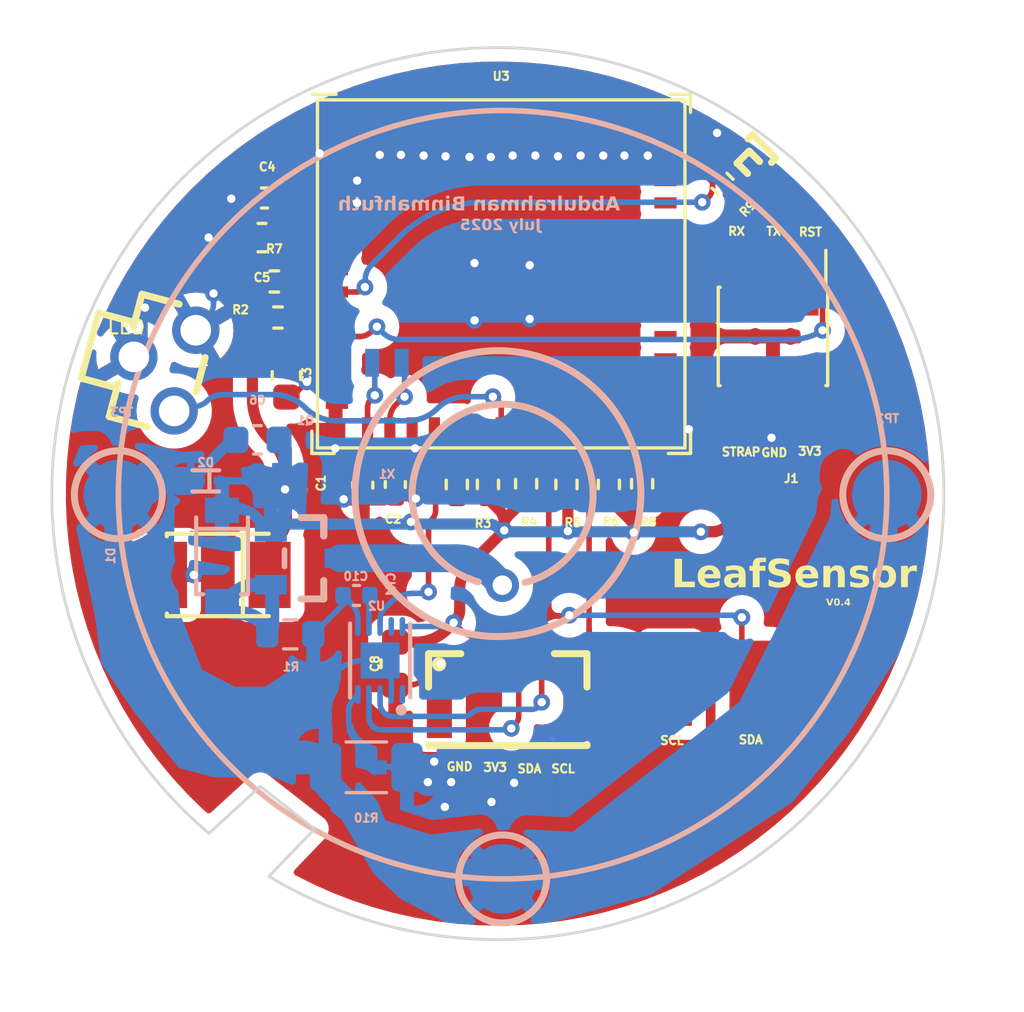
<source format=kicad_pcb>
(kicad_pcb (version 20240108) (generator "pcbnew") (generator_version "8.0")
  (layers (0 "F.Cu" signal) (1 "In1.Cu" signal) (2 "In2.Cu" signal) (31 "B.Cu" signal) (34 "B.Paste" user) (35 "F.Paste" user) (36 "B.SilkS" user "B.Silkscreen") (37 "F.SilkS" user "F.Silkscreen") (38 "B.Mask" user) (39 "F.Mask" user) (44 "Edge.Cuts" user))
  (net 0 "")
  (net 1 "GND1")
  (net 17 "Net-(LED1-A)")
  (net 21 "Net-(U3-GPIO0{slash}ADC1_CH0{slash}XTAL_32K_P)")
  (net 22 "GND")
  (net 23 "Net-(U3-GPIO1{slash}ADC1_CH1{slash}XTAL_32K_N)")
  (net 24 "/~{ESP_RESET}")
  (net 25 "+3V3")
  (net 26 "Net-(Q1-D)")
  (net 27 "Net-(D1-A)")
  (net 28 "/ESP_RXD")
  (net 29 "/GPIO9_strap")
  (net 30 "/ESP_TXD")
  (net 31 "/SDA")
  (net 32 "/SCL")
  (net 33 "/GPIO8_strap")
  (net 34 "/GPIO2_strap")
  (net 35 "/GPIO3")
  (net 36 "/GPIO4")
  (net 38 "Net-(U2-REG)")
  (net 41 "/ALRT")
  (footprint "Resistor_SMD:R_0402_1005Metric" (layer "F.Cu") (at 136.2182 84.328)
    (property "Reference" "R7")
    (property "Value" "10k" (hide yes))
  )
  (footprint "easyeda2kicad:SW-TH_3P-L4.5-W3.8-P3.10-LS1.9" (layer "F.Cu") (at 132.090705 87.283223 -105)
    (property "Reference" "SW1" (hide yes))
    (property "Value" "TS-1009B-05026" (hide yes))
  )
  (footprint "Resistor_SMD:R_0402_1005Metric" (layer "F.Cu") (at 145.2626 91.5924 90)
    (property "Reference" "R4")
    (property "Value" "10k" (hide yes))
  )
  (footprint "Resistor_SMD:R_0402_1005Metric" (layer "F.Cu") (at 148.2344 91.6178 90)
    (property "Reference" "R6")
    (property "Value" "10k" (hide yes))
  )
  (footprint "Resistor_SMD:R_0402_1005Metric" (layer "F.Cu") (at 149.4282 91.5924 90)
    (property "Reference" "R8")
    (property "Value" "10k" (hide yes))
  )
  (footprint "Capacitor_SMD:C_0603_1608Metric" (layer "F.Cu") (at 135.7754 82.7532 180)
    (property "Reference" "C5")
    (property "Value" "100n" (hide yes))
  )
  (footprint "Capacitor_SMD:C_0603_1608Metric" (layer "F.Cu") (at 140.5636 98.057 -90)
    (property "Reference" "C8")
    (property "Value" "100n" (hide yes))
  )
  (footprint "Capacitor_SMD:C_0402_1005Metric" (layer "F.Cu") (at 139.3952 91.6458 -90)
    (property "Reference" "C1")
    (property "Value" "12p" (hide yes))
  )
  (footprint "Capacitor_SMD:C_0402_1005Metric" (layer "F.Cu") (at 135.8646 81.3308 180)
    (property "Reference" "C4")
    (property "Value" "10u" (hide yes))
  )
  (footprint "Resistor_SMD:R_0402_1005Metric" (layer "F.Cu") (at 146.7104 91.6178 90)
    (property "Reference" "R5")
    (property "Value" "10k" (hide yes))
  )
  (footprint "Resistor_SMD:R_0402_1005Metric" (layer "F.Cu") (at 152.318776 80.817776 -45)
    (property "Reference" "R9")
    (property "Value" "1k" (hide yes))
  )
  (footprint "easyeda2kicad:CONN-SMD_DF52-4S-0.8H-21" (layer "F.Cu") (at 144.5972 98.9665)
    (property "Reference" "CN3" (hide yes))
    (property "Value" "DF52-4S-0.8H(21)" (hide yes))
  )
  (footprint "Capacitor_SMD:C_0603_1608Metric" (layer "F.Cu") (at 136.652 87.7062 -90)
    (property "Reference" "C3")
    (property "Value" "1u" (hide yes))
  )
  (footprint "Custom:Fingers" (layer "F.Cu") (at 154.94 97.0534 90)
    (property "Reference" "P2" (hide yes))
    (property "Value" "~" (hide yes))
  )
  (footprint "Resistor_SMD:R_0402_1005Metric" (layer "F.Cu") (at 136.3492 85.6234)
    (property "Reference" "R2")
    (property "Value" "10k" (hide yes))
  )
  (footprint "Resistor_SMD:R_0402_1005Metric" (layer "F.Cu") (at 142.7734 91.6198 90)
    (property "Reference" "R11" (hide yes))
    (property "Value" "10k" (hide yes))
  )
  (footprint "Resistor_SMD:R_0402_1005Metric" (layer "F.Cu") (at 143.891 91.6178 90)
    (property "Reference" "R3")
    (property "Value" "10k" (hide yes))
  )
  (footprint "Capacitor_SMD:C_0402_1005Metric" (layer "F.Cu") (at 140.5636 91.6204 -90)
    (property "Reference" "C2")
    (property "Value" "12p" (hide yes))
  )
  (footprint "Custom:Fingers" (layer "F.Cu") (at 152.0912 97.1142 90)
    (property "Reference" "P1" (hide yes))
    (property "Value" "~" (hide yes))
  )
  (footprint "easyeda2kicad:CASE-B_3528" (layer "F.Cu") (at 134.1882 94.869 180)
    (property "Reference" "C9" (hide yes))
    (property "Value" "100u" (hide yes))
  )
  (footprint "easyeda2kicad:LED-SMD_L1.7-W0.6-RD" (layer "F.Cu") (at 153.236804 80.034004 -45)
    (property "Reference" "LED1" (hide yes))
    (property "Value" "LTST-S270KGKT" (hide yes))
  )
  (footprint "PCM_Espressif:ESP32-C3-MINI-1U" (layer "F.Cu") (at 144.3672 84.006)
    (property "Reference" "U3")
    (property "Value" "ESP32-C3-MINI-1" (hide yes))
  )
  (footprint "Connector_PinHeader_1.27mm:PinHeader_2x03_P1.27mm_Vertical_SMD" (layer "F.Cu") (at 154.1272 86.3034 -90)
    (property "Reference" "J1")
    (property "Value" "ESP-Prog" (hide yes))
  )
  (footprint "easyeda2kicad:SOD-123_L2.7-W1.6-LS3.7-RD" (layer "B.Cu") (at 134.3406 94.1832 -90)
    (property "Reference" "D1")
    (property "Value" "BZT52C5V1" (hide yes))
  )
  (footprint "Resistor_SMD:R_1206_3216Metric" (layer "B.Cu") (at 139.5222 101.7778)
    (property "Reference" "R10")
    (property "Value" "10m" (hide yes))
  )
  (footprint "easyeda2kicad:SMD_BD2.0-L2.0-W2.0_C9900001905" (layer "B.Cu") (at 158.216616 91.988003 180)
    (property "Reference" "TP2")
    (property "Value" "BWCD-L3.5W2.0H1.0" (hide yes))
  )
  (footprint "easyeda2kicad:SMD_BD2.0-L2.0-W2.0_C9900001905" (layer "B.Cu") (at 144.416616 105.788003 180)
    (property "Reference" "TP1" (hide yes))
    (property "Value" "BWCD-L3.5W2.0H1.0" (hide yes))
  )
  (footprint "easyeda2kicad:TH_F10-10-6.5-0.4P" (layer "B.Cu") (at 144.406616 95.238003 -90)
    (property "Reference" "CN1")
    (property "Value" "F10-10-6.5-0.4P" (hide yes))
  )
  (footprint "easyeda2kicad:CRYSTAL-SMD_L1.7-W1.1" (layer "B.Cu") (at 140.2622 87.249)
    (property "Reference" "X1")
    (property "Value" "X1A000121000500")
  )
  (footprint "Resistor_SMD:R_0603_1608Metric" (layer "B.Cu") (at 136.7912 97.0026)
    (property "Reference" "R1")
    (property "Value" "100k" (hide yes))
  )
  (footprint "easyeda2kicad:SMD_BD2.0-L2.0-W2.0_C9900001905" (layer "B.Cu") (at 130.616616 91.988003 180)
    (property "Reference" "TP3")
    (property "Value" "BWCD-L3.5W2.0H1.0" (hide yes))
  )
  (footprint "Capacitor_SMD:C_0402_1005Metric" (layer "B.Cu") (at 139.1692 95.6056 180)
    (property "Reference" "C10")
    (property "Value" "470n" (hide yes))
  )
  (footprint "easyeda2kicad:SOT-23-3_L2.9-W1.3-P1.90-LS2.4-BR-CW" (layer "B.Cu") (at 137.3432 94.2696 180)
    (property "Reference" "Q1")
    (property "Value" "DMP2045U-7" (hide yes))
  )
  (footprint "easyeda2kicad:TDFN-10_L2.5-W2.0-P0.40-BL-EP" (layer "B.Cu") (at 140.0176 97.9416 180)
    (property "Reference" "U2")
    (property "Value" "MAX17055ETB+T" (hide yes))
  )
  (footprint "Capacitor_SMD:C_0603_1608Metric" (layer "B.Cu") (at 135.6106 90.0176 180)
    (property "Reference" "C6")
    (property "Value" "100n" (hide yes))
  )
  (footprint "easyeda2kicad:SOD-923_L0.8-W0.6-LS1.0-RD" (layer "B.Cu") (at 133.7564 91.4908 180)
    (property "Reference" "D2")
    (property "Value" "ESD9X3" (hide yes))
  )
  (gr_circle (center 144.416616 91.988003) (end 158.216616 91.988003) (stroke (width 0.2)) (fill none) (layer "B.SilkS"))
  (gr_line (start 136.027192 105.697751) (end 137.668 103.9876) (stroke (width 0.1)) (layer "Edge.Cuts"))
  (gr_line (start 133.868071 104.150478) (end 135.711824 102.462114) (stroke (width 0.1)) (layer "Edge.Cuts"))
  (gr_arc (start 133.868071 104.150478) (mid 136.749797 77.791296) (end 160.1724 90.2208) (stroke (width 0.1)) (layer "Edge.Cuts"))
  (gr_arc (start 160.1724 90.2208) (mid 152.891316 105.434407) (end 136.027192 105.697751) (stroke (width 0.1)) (layer "Edge.Cuts"))
  (gr_line (start 135.711824 102.462114) (end 137.668 103.9876) (stroke (width 0.1)) (layer "Edge.Cuts"))
  (gr_text "July 2025" (at 145.796 82.55 0) (layer "B.SilkS") (effects (font (size 0.4 0.4) (thickness 0.075) (bold yes)) (justify left bottom mirror)))
  (gr_text "Abdulrahman Binmahfuth" (at 148.6408 81.8642 0) (layer "B.SilkS") (effects (font (size 0.5 0.5) (thickness 0.075) (bold yes)) (justify left bottom mirror)))
  (gr_text "TX" (at 153.8478 82.7024 0) (layer "F.SilkS") (effects (font (size 0.3 0.3) (thickness 0.075) (bold yes)) (justify left bottom)))
  (gr_text "RST" (at 155.0162 82.7278 0) (layer "F.SilkS") (effects (font (size 0.3 0.3) (thickness 0.075) (bold yes)) (justify left bottom)))
  (gr_text "3V3\n" (at 143.6878 101.9556 0) (layer "F.SilkS") (effects (font (size 0.3 0.3) (thickness 0.075) (bold yes)) (justify left bottom)))
  (gr_text "LeafSensor" (at 150.4696 95.4786 0) (layer "F.SilkS") (effects (font (size 1 1) (thickness 0.25) (bold yes)) (justify left bottom)))
  (gr_text "SCL\n" (at 150.0378 100.9904 0) (layer "F.SilkS") (effects (font (size 0.3 0.3) (thickness 0.075) (bold yes)) (justify left bottom)))
  (gr_text "RX" (at 152.4762 82.7024 0) (layer "F.SilkS") (effects (font (size 0.3 0.3) (thickness 0.075) (bold yes)) (justify left bottom)))
  (gr_text "V0.4\n" (at 156.0322 96.012 0) (layer "F.SilkS") (effects (font (size 0.25 0.25) (thickness 0.0625) (bold yes)) (justify left bottom)))
  (gr_text "GND" (at 153.67 90.6526 0) (layer "F.SilkS") (effects (font (size 0.3 0.3) (thickness 0.075) (bold yes)) (justify left bottom)))
  (gr_text "3V3" (at 154.9908 90.6018 0) (layer "F.SilkS") (effects (font (size 0.3 0.3) (thickness 0.075) (bold yes)) (justify left bottom)))
  (gr_text "STRAP\n" (at 152.2476 90.6272 0) (layer "F.SilkS") (effects (font (size 0.3 0.3) (thickness 0.075) (bold yes)) (justify left bottom)))
  (gr_text "SDA\n" (at 152.8572 100.965 0) (layer "F.SilkS") (effects (font (size 0.3 0.3) (thickness 0.075) (bold yes)) (justify left bottom)))
  (gr_text "SCL\n" (at 146.1262 102.0064 0) (layer "F.SilkS") (effects (font (size 0.3 0.3) (thickness 0.075) (bold yes)) (justify left bottom)))
  (gr_text "LED" (at 130.175 86.2584 0) (layer "F.SilkS") (effects (font (size 0.5 0.5) (thickness 0.075) (bold yes)) (justify left bottom)))
  (gr_text "SDA\n" (at 144.907 102.0064 0) (layer "F.SilkS") (effects (font (size 0.3 0.3) (thickness 0.075) (bold yes)) (justify left bottom)))
  (gr_text "GND\n" (at 142.367 101.9302 0) (layer "F.SilkS") (effects (font (size 0.3 0.3) (thickness 0.075) (bold yes)) (justify left bottom)))
  (segment (start 139.009852 95.926252) (end 138.824546 95.740946) (width 0.2) (layer "B.Cu") (net 1))
  (segment (start 138.0597 99.43565) (end 138.0597 100.81795) (width 0.2) (layer "B.Cu") (net 1))
  (segment (start 138.695853 95.922946) (end 137.6543 96.9645) (width 0.2) (layer "B.Cu") (net 1))
  (segment (start 139.2176 96.4278) (end 139.2176 96.7216) (width 0.2) (layer "B.Cu") (net 1))
  (segment (start 138.0597 101.49305) (end 138.0597 100.81795) (width 0.2) (layer "B.Cu") (net 1))
  (segment (start 155.067 100.92055) (end 155.1432 100.7999) (width 1) (layer "B.Cu") (net 1))
  (segment (start 137.858351 101.576451) (end 137.8311 101.5492) (width 1) (layer "B.Cu") (net 1))
  (segment (start 133.216447 91.490751) (end 133.216352 91.490848) (width 0.4) (layer "B.Cu") (net 1))
  (segment (start 155.426444 100.304963) (end 156.489604 98.244068) (width 1) (layer "B.Cu") (net 1))
  (segment (start 138.0597 100.81795) (end 138.0597 99.43565) (width 0.2) (layer "B.Cu") (net 1))
  (segment (start 157.820199 95.566201) (end 157.383399 96.4622) (width 1) (layer "B.Cu") (net 1))
  (segment (start 138.0597 99.39555) (end 138.0597 99.43565) (width 0.2) (layer "B.Cu") (net 1))
  (segment (start 157.95625 94.92615) (end 157.9499 95.0595) (width 1) (layer "B.Cu") (net 1))
  (segment (start 138.0597 101.49305) (end 138.0597 102.06255) (width 0.2) (layer "B.Cu") (net 1))
  (segment (start 157.974641 94.659843) (end 158.216616 91.988003) (width 1) (layer "B.Cu") (net 1))
  (segment (start 137.704197 96.9518) (end 137.441205 96.9518) (width 0.2) (layer "B.Cu") (net 1))
  (segment (start 137.542628 97.076172) (end 137.6162 97.0026) (width 0.2) (layer "B.Cu") (net 1))
  (segment (start 135.83185 101.3206) (end 137.27921 101.3206) (width 1) (layer "B.Cu") (net 1))
  (segment (start 130.898518 91.988003) (end 131.180421 91.988003) (width 0.2) (layer "B.Cu") (net 1))
  (segment (start 137.8575 97.0153) (end 137.921 97.0788) (width 0.2) (layer "B.Cu") (net 1))
  (segment (start 144.501324 105.781182) (end 146.818687 105.594585) (width 1) (layer "B.Cu") (net 1))
  (segment (start 148.0058 105.41) (end 147.6121 105.4862) (width 1) (layer "B.Cu") (net 1))
  (segment (start 133.216332 91.4908) (end 132.812242 91.4908) (width 1) (layer "B.Cu") (net 1))
  (segment (start 140.4176 98.624442) (end 140.4176 99.1616) (width 0.2) (layer "B.Cu") (net 1))
  (segment (start 137.6543 97.0407) (end 137.6924 97.0788) (width 0.2) (layer "B.Cu") (net 1))
  (segment (start 152.511705 103.169479) (end 154.882527 101.134151) (width 1) (layer "B.Cu") (net 1))
  (segment (start 133.216447 91.490751) (end 134.637981 90.069218) (width 0.4) (layer "B.Cu") (net 1))
  (segment (start 130.616616 95.622052) (end 130.616616 92.269905) (width 1) (layer "B.Cu") (net 1))
  (segment (start 137.794 96.861997) (end 137.794 96.6734) (width 0.2) (layer "B.Cu") (net 1))
  (segment (start 134.7626 90.0176) (end 134.8356 90.0176) (width 0.2) (layer "B.Cu") (net 1))
  (segment (start 133.216236 91.490896) (end 132.222814 91.490896) (width 1) (layer "B.Cu") (net 1))
  (segment (start 143.528763 105.5624) (end 146.817393 105.5624) (width 1) (layer "B.Cu") (net 1))
  (segment (start 137.542628 98.147228) (end 137.542628 97.076172) (width 0.2) (layer "B.Cu") (net 1))
  (segment (start 139.734757 97.9416) (end 139.430336 97.9416) (width 0.2) (layer "B.Cu") (net 1))
  (segment (start 151.89835 103.48595) (end 152.0317 103.4415) (width 1) (layer "B.Cu") (net 1))
  (segment (start 139.681007 103.968607) (end 138.261048 102.548648) (width 1) (layer "B.Cu") (net 1))
  (segment (start 138.0597 99.43565) (end 138.0597 99.312236) (width 0.2) (layer "B.Cu") (net 1))
  (segment (start 132.809161 100.068561) (end 132.210408 99.469808) (width 1) (layer "B.Cu") (net 1))
  (segment (start 144.476708 105.727911) (end 144.5368 105.667819) (width 1) (layer "B.Cu") (net 1))
  (segment (start 131.780598 91.739401) (end 131.849594 91.670405) (width 1) (layer "B.Cu") (net 1))
  (segment (start 151.643471 103.601031) (end 149.486605 104.854594) (width 1) (layer "B.Cu") (net 1))
  (arc (start 131.780598 91.739401) (mid 131.505234 91.923393) (end 131.180421 91.988003) (width 1) (layer "B.Cu") (net 1))
  (arc (start 137.8575 97.0153) (mid 137.787164 96.968303) (end 137.704197 96.9518) (width 0.2) (layer "B.Cu") (net 1))
  (arc (start 157.974641 94.659843) (mid 157.964022 94.792898) (end 157.95625 94.92615) (width 1) (layer "B.Cu") (net 1))
  (arc (start 130.898518 91.988003) (mid 130.699183 92.07057) (end 130.616616 92.269905) (width 0.2) (layer "B.Cu") (net 1))
  (arc (start 137.542628 98.147228) (mid 137.925317 98.719963) (end 138.0597 99.39555) (width 0.2) (layer "B.Cu") (net 1))
  (arc (start 147.6121 105.4862) (mid 147.216895 105.551387) (end 146.818687 105.594585) (width 1) (layer "B.Cu") (net 1))
  (arc (start 132.809161 100.068561) (mid 134.195982 100.995205) (end 135.83185 101.3206) (width 1) (layer "B.Cu") (net 1))
  (arc (start 133.216352 91.490848) (mid 133.216298 91.490883) (end 133.216236 91.490896) (width 1) (layer "B.Cu") (net 1))
  (arc (start 146.817393 105.5624) (mid 147.216569 105.543306) (end 147.6121 105.4862) (width 1) (layer "B.Cu") (net 1))
  (arc (start 139.681007 103.968607) (mid 141.446372 105.148186) (end 143.528763 105.5624) (width 1) (layer "B.Cu") (net 1))
  (arc (start 155.067 100.92055) (mid 154.982737 101.034236) (end 154.882527 101.134151) (width 1) (layer "B.Cu") (net 1))
  (arc (start 146.818687 105.594585) (mid 146.833498 105.577871) (end 146.817393 105.5624) (width 1) (layer "B.Cu") (net 1))
  (arc (start 140.2176 98.1416) (mid 139.996069 97.993578) (end 139.734757 97.9416) (width 0.2) (layer "B.Cu") (net 1))
  (arc (start 138.46115 98.34305) (mid 138.164033 98.787716) (end 138.0597 99.312236) (width 0.2) (layer "B.Cu") (net 1))
  (arc (start 139.430336 97.9416) (mid 138.905816 98.045933) (end 138.46115 98.34305) (width 0.2) (layer "B.Cu") (net 1))
  (arc (start 138.824546 95.740946) (mid 138.783468 95.732775) (end 138.7602 95.7676) (width 0.2) (layer "B.Cu") (net 1))
  (arc (start 138.7602 95.7676) (mid 138.743476 95.851672) (end 138.695853 95.922946) (width 0.2) (layer "B.Cu") (net 1))
  (arc (start 155.426444 100.304963) (mid 155.290208 100.555514) (end 155.1432 100.7999) (width 1) (layer "B.Cu") (net 1))
  (arc (start 134.7626 90.0176) (mid 134.695156 90.031015) (end 134.637981 90.069218) (width 0.2) (layer "B.Cu") (net 1))
  (arc (start 140.2176 98.1416) (mid 140.365621 98.363129) (end 140.4176 98.624442) (width 0.2) (layer "B.Cu") (net 1))
  (arc (start 139.009852 95.926252) (mid 139.163608 96.156364) (end 139.2176 96.4278) (width 0.2) (layer "B.Cu") (net 1))
  (arc (start 138.0597 102.06255) (mid 138.007371 101.799475) (end 137.858351 101.576451) (width 1) (layer "B.Cu") (net 1))
  (arc (start 137.794 96.861997) (mid 137.810503 96.944964) (end 137.8575 97.0153) (width 0.2) (layer "B.Cu") (net 1))
  (arc (start 157.383399 96.4622) (mid 156.94155 97.355666) (end 156.489604 98.244068) (width 1) (layer "B.Cu") (net 1))
  (arc (start 138.0597 99.43565) (mid 138.0597 99.43565) (end 138.0597 99.43565) (width 0.2) (layer "B.Cu") (net 1))
  (arc (start 137.6543 96.9645) (mid 137.638518 97.0026) (end 137.6543 97.0407) (width 0.2) (layer "B.Cu") (net 1))
  (arc (start 130.616616 95.622052) (mid 131.030829 97.704442) (end 132.210408 99.469808) (width 1) (layer "B.Cu") (net 1))
  (arc (start 137.8311 101.5492) (mid 137.57789 101.380011) (end 137.27921 101.3206) (width 1) (layer "B.Cu") (net 1))
  (arc (start 152.0317 103.4415) (mid 152.284925 103.328822) (end 152.511705 103.169479) (width 1) (layer "B.Cu") (net 1))
  (arc (start 133.216352 91.490848) (mid 133.216358 91.490817) (end 133.216332 91.4908) (width 1) (layer "B.Cu") (net 1))
  (arc (start 131.849594 91.670405) (mid 132.021018 91.549672) (end 132.222814 91.490896) (width 1) (layer "B.Cu") (net 1))
  (arc (start 157.820199 95.566201) (mid 157.910854 95.319456) (end 157.9499 95.0595) (width 1) (layer "B.Cu") (net 1))
  (arc (start 144.476708 105.727911) (mid 144.470434 105.763133) (end 144.501324 105.781182) (width 1) (layer "B.Cu") (net 1))
  (arc (start 133.216332 91.4908) (mid 133.216394 91.490787) (end 133.216447 91.490751) (width 1) (layer "B.Cu") (net 1))
  (arc (start 138.0597 102.06255) (mid 138.112028 102.325624) (end 138.261048 102.548648) (width 1) (layer "B.Cu") (net 1))
  (arc (start 151.89835 103.48595) (mid 151.767963 103.536962) (end 151.643471 103.601031) (width 1) (layer "B.Cu") (net 1))
  (arc (start 137.704197 96.9518) (mid 137.767697 96.925497) (end 137.794 96.861997) (width 0.2) (layer "B.Cu") (net 1))
  (arc (start 148.0058 105.41) (mid 148.769535 105.194506) (end 149.486605 104.854594) (width 1) (layer "B.Cu") (net 1))
  (arc (start 137.858351 101.576451) (mid 137.986889 101.602018) (end 138.0597 101.49305) (width 1) (layer "B.Cu") (net 1))
  (segment (start 153.0223 81.1784) (end 152.6794 81.1784) (width 0.2) (layer "F.Cu") (net 17))
  (segment (start 153.607666 80.935933) (end 153.8732 80.6704) (width 0.2) (layer "F.Cu") (net 17))
  (arc (start 153.607666 80.935933) (mid 153.339098 81.115384) (end 153.0223 81.1784) (width 0.2) (layer "F.Cu") (net 17))
  (segment (start 139.5672 89.606) (end 139.5672 88.860906) (width 0.2) (layer "F.Cu") (net 21))
  (segment (start 139.5672 89.606) (end 139.5672 90.872177) (width 0.2) (layer "F.Cu") (net 21))
  (segment (start 139.4812 91.0798) (end 139.3952 91.1658) (width 0.2) (layer "F.Cu") (net 21))
  (segment (start 139.827 88.4174) (end 139.8016 88.4428) (width 0.2) (layer "F.Cu") (net 21))
  (segment (start 139.827 88.4174) (end 139.6971 88.5473) (width 0.2) (layer "F.Cu") (net 21))
  (via (at 139.827 88.4174) (size 0.6) (drill 0.3) (layers "F.Cu" "B.Cu") (net 21))
  (arc (start 139.5672 88.860906) (mid 139.600959 88.691183) (end 139.6971 88.5473) (width 0.2) (layer "F.Cu") (net 21))
  (arc (start 139.4812 91.0798) (mid 139.544849 90.984541) (end 139.5672 90.872177) (width 0.2) (layer "F.Cu") (net 21))
  (segment (start 139.827 88.4174) (end 139.827 87.410833) (width 0.2) (layer "B.Cu") (net 21))
  (segment (start 139.7796 87.2964) (end 139.7322 87.249) (width 0.2) (layer "B.Cu") (net 21))
  (arc (start 139.7796 87.2964) (mid 139.814681 87.348902) (end 139.827 87.410833) (width 0.2) (layer "B.Cu") (net 21))
  (segment (start 143.2306 79.8576) (end 143.479113 79.8576) (width 0.2) (layer "F.Cu") (net 22))
  (segment (start 142.722473 79.8322) (end 142.367 79.8322) (width 0.2) (layer "F.Cu") (net 22))
  (segment (start 146.7672 79.806) (end 146.450326 79.806) (width 0.2) (layer "F.Cu") (net 22))
  (segment (start 142.432 82.731) (end 142.3922 82.731) (width 0.2) (layer "F.Cu") (net 22))
  (segment (start 145.410883 83.662316) (end 146.3422 82.731) (width 0.2) (layer "F.Cu") (net 22))
  (segment (start 150.230478 79.8068) (end 149.6314 79.8068) (width 0.2) (layer "F.Cu") (net 22))
  (segment (start 145.408762 85.747562) (end 146.3422 86.681) (width 0.2) (layer "F.Cu") (net 22))
  (segment (start 139.351839 92.1512) (end 138.7094 92.1512) (width 0.2) (layer "F.Cu") (net 22))
  (segment (start 142.367 79.8322) (end 142.011926 79.8322) (width 0.2) (layer "F.Cu") (net 22))
  (segment (start 148.0312 79.8068) (end 148.365834 79.8068) (width 0.2) (layer "F.Cu") (net 22))
  (segment (start 147.2184 79.8068) (end 147.218 79.8064) (width 0.2) (layer "F.Cu") (net 22))
  (segment (start 138.4672 89.570644) (end 138.4672 88.706) (width 0.2) (layer "F.Cu") (net 22))
  (segment (start 142.4223 86.681) (end 142.3922 86.681) (width 0.2) (layer "F.Cu") (net 22))
  (segment (start 138.420335 90.306664) (end 138.4046 90.3224) (width 0.2) (layer "F.Cu") (net 22))
  (segment (start 144.3672 84.7331) (end 144.3672 84.7361) (width 0.2) (layer "F.Cu") (net 22))
  (segment (start 141.5796 79.8068) (end 141.168565 79.8068) (width 0.2) (layer "F.Cu") (net 22))
  (segment (start 133.3246 94.869) (end 132.3282 94.869) (width 0.5) (layer "F.Cu") (net 22))
  (segment (start 146.3422 84.7093) (end 146.3422 84.7012) (width 0.2) (layer "F.Cu") (net 22))
  (segment (start 145.5928 79.8068) (end 145.168565 79.8068) (width 0.2) (layer "F.Cu") (net 22))
  (segment (start 139.192 81.506) (end 138.4672 81.506) (width 0.2) (layer "F.Cu") (net 22))
  (segment (start 141.1672 90.138715) (end 141.1672 89.606) (width 0.2) (layer "F.Cu") (net 22))
  (segment (start 144.3672 84.6789) (end 144.3672 84.6662) (width 0.2) (layer "F.Cu") (net 22))
  (segment (start 138.436071 89.638686) (end 138.436071 90.268675) (width 0.2) (layer "F.Cu") (net 22))
  (segment (start 145.3896 83.7438) (end 144.448683 84.684716) (width 0.2) (layer "F.Cu") (net 22))
  (segment (start 146.4187 79.8191) (end 146.4056 79.8322) (width 0.2) (layer "F.Cu") (net 22))
  (segment (start 146.3422 84.7123) (end 146.3422 84.7138) (width 0.2) (layer "F.Cu") (net 22))
  (segment (start 143.142513 79.806) (end 142.785726 79.806) (width 0.2) (layer "F.Cu") (net 22))
  (segment (start 142.400048 84.675951) (end 143.4084 83.6676) (width 0.2) (layer "F.Cu") (net 22))
  (segment (start 139.3825 92.1385) (end 139.3952 92.1258) (width 0.2) (layer "F.Cu") (net 22))
  (segment (start 143.4084 85.725) (end 144.345916 84.787483) (width 0.2) (layer "F.Cu") (net 22))
  (segment (start 140.5763 92.1131) (end 140.5636 92.1004) (width 0.2) (layer "F.Cu") (net 22))
  (segment (start 143.3972 97.99425) (end 143.3972 97.982) (width 0.2) (layer "F.Cu") (net 22))
  (segment (start 147.565834 79.8068) (end 147.2184 79.8068) (width 0.2) (layer "F.Cu") (net 22))
  (segment (start 140.9951 98.832) (end 140.5636 98.832) (width 0.2) (layer "F.Cu") (net 22))
  (segment (start 138.4045 79.7433) (end 138.4172 79.756) (width 0.2) (layer "F.Cu") (net 22))
  (segment (start 139.5795 79.7937) (end 139.5672 79.806) (width 0.2) (layer "F.Cu") (net 22))
  (segment (start 143.4084 85.725) (end 144.36341 86.68001) (width 0.2) (layer "F.Cu") (net 22))
  (segment (start 152.22374 79.02094) (end 152.600408 79.397608) (width 0.2) (layer "F.Cu") (net 22))
  (segment (start 154.1018 89.916) (end 154.0764 89.9414) (width 0.5) (layer "F.Cu") (net 22))
  (segment (start 145.3896 83.7438) (end 145.3896 83.7137) (width 0.2) (layer "F.Cu") (net 22))
  (segment (start 148.368565 79.8068) (end 148.7932 79.8068) (width 0.2) (layer "F.Cu") (net 22))
  (segment (start 149.165834 79.8068) (end 148.7932 79.8068) (width 0.2) (layer "F.Cu") (net 22))
  (segment (start 142.3922 84.7074) (end 142.3922 84.706) (width 0.2) (layer "F.Cu") (net 22))
  (segment (start 141.1672 79.806) (end 141.1676 79.8064) (width 0.2) (layer "F.Cu") (net 22))
  (segment (start 144.368565 79.8068) (end 144.78 79.8068) (width 0.2) (layer "F.Cu") (net 22))
  (segment (start 133.858 82.7532) (end 135.0004 82.7532) (width 0.2) (layer "F.Cu") (net 22))
  (segment (start 143.603686 79.806) (end 143.904513 79.806) (width 0.2) (layer "F.Cu") (net 22))
  (segment (start 154.1272 89.854678) (end 154.1272 88.2534) (width 0.5) (layer "F.Cu") (net 22))
  (segment (start 141.1664 79.8052) (end 141.1672 79.806) (width 0.2) (layer "F.Cu") (net 22))
  (segment (start 146.011926 79.8322) (end 146.4056 79.8322) (width 0.2) (layer "F.Cu") (net 22))
  (segment (start 144.339057 84.598257) (end 143.4084 83.6676) (width 0.2) (layer "F.Cu") (net 22))
  (segment (start 144.375048 82.738848) (end 145.376605 83.740405) (width 0.2) (layer "F.Cu") (net 22))
  (segment (start 145.165834 79.8068) (end 144.78 79.8068) (width 0.2) (layer "F.Cu") (net 22))
  (segment (start 144.3973 84.706) (end 144.3943 84.706) (width 0.2) (layer "F.Cu") (net 22))
  (segment (start 150.2918 79.7814) (end 150.3172 79.756) (width 0.2) (layer "F.Cu") (net 22))
  (segment (start 147.217034 79.806) (end 146.7672 79.806) (width 0.2) (layer "F.Cu") (net 22))
  (segment (start 135.2576 81.4578) (end 135.3846 81.3308) (width 0.2) (layer "F.Cu") (net 22))
  (segment (start 145.3896 85.7013) (end 145.3896 85.6742) (width 0.2) (layer "F.Cu") (net 22))
  (segment (start 141.1664 79.8052) (end 141.1549 79.7937) (width 0.2) (layer "F.Cu") (net 22))
  (segment (start 145.3848 83.7438) (end 145.3896 83.7438) (width 0.2) (layer "F.Cu") (net 22))
  (segment (start 146.336684 84.727115) (end 145.3896 85.6742) (width 0.2) (layer "F.Cu") (net 22))
  (segment (start 140.384594 79.806) (end 140.724805 79.806) (width 0.2) (layer "F.Cu") (net 22))
  (segment (start 142.499942 82.759142) (end 143.4084 83.6676) (width 0.2) (layer "F.Cu") (net 22))
  (segment (start 142.296577 98.0065) (end 143.38495 98.0065) (width 0.2) (layer "F.Cu") (net 22))
  (segment (start 149.6314 79.8068) (end 149.168565 79.8068) (width 0.2) (layer "F.Cu") (net 22))
  (segment (start 144.37 86.681) (end 144.375 86.681) (width 0.2) (layer "F.Cu") (net 22))
  (segment (start 142.3922 84.7032) (end 142.3922 84.706) (width 0.2) (layer "F.Cu") (net 22))
  (segment (start 145.5928 79.8068) (end 145.5932 79.8064) (width 0.2) (layer "F.Cu") (net 22))
  (segment (start 134.6708 81.3562) (end 134.775484 81.460884) (width 0.2) (layer "F.Cu") (net 22))
  (segment (start 146.3422 84.7093) (end 146.3422 84.7123) (width 0.2) (layer "F.Cu") (net 22))
  (segment (start 141.125205 79.7814) (end 140.7668 79.7814) (width 0.2) (layer "F.Cu") (net 22))
  (segment (start 144.3414 79.8318) (end 144.3668 79.8064) (width 0.2) (layer "F.Cu") (net 22))
  (segment (start 136.909445 88.413954) (end 137.3886 87.9348) (width 0.2) (layer "F.Cu") (net 22))
  (segment (start 140.0048 79.7814) (end 139.609194 79.7814) (width 0.2) (layer "F.Cu") (net 22))
  (segment (start 142.393189 84.709789) (end 143.4084 85.725) (width 0.2) (layer "F.Cu") (net 22))
  (segment (start 143.9926 79.8576) (end 144.279113 79.8576) (width 0.2) (layer "F.Cu") (net 22))
  (segment (start 134.998356 81.553201) (end 135.128911 81.553201) (width 0.2) (layer "F.Cu") (net 22))
  (segment (start 139.192 80.706) (end 138.4672 80.706) (width 0.2) (layer "F.Cu") (net 22))
  (segment (start 138.373839 79.7306) (end 137.8458 79.7306) (width 0.5) (layer "F.Cu") (net 22))
  (segment (start 144.37 86.681) (end 144.3672 86.681) (width 0.2) (layer "F.Cu") (net 22))
  (segment (start 144.3672 84.7331) (end 144.3672 84.6789) (width 0.2) (layer "F.Cu") (net 22))
  (segment (start 145.3896 83.7438) (end 146.338805 84.693005) (width 0.2) (layer "F.Cu") (net 22))
  (segment (start 144.3672 86.681) (end 144.3658 86.681) (width 0.2) (layer "F.Cu") (net 22))
  (segment (start 152.1206 78.994) (end 152.1587 78.994) (width 0.2) (layer "F.Cu") (net 22))
  (segment (start 144.388315 86.675484) (end 145.3896 85.6742) (width 0.2) (layer "F.Cu") (net 22))
  (segment (start 141.580965 79.806) (end 141.948673 79.806) (width 0.2) (layer "F.Cu") (net 22))
  (segment (start 143.9926 79.8576) (end 143.9668 79.8318) (width 0.2) (layer "F.Cu") (net 22))
  (segment (start 141.731716 98.526883) (end 142.1892 98.0694) (width 0.2) (layer "F.Cu") (net 22))
  (segment (start 140.0048 79.7814) (end 140.325205 79.7814) (width 0.2) (layer "F.Cu") (net 22))
  (segment (start 141.221 90.2686) (end 141.2748 90.3224) (width 0.2) (layer "F.Cu") (net 22))
  (segment (start 141.5796 79.8068) (end 141.58 79.8064) (width 0.2) (layer "F.Cu") (net 22))
  (segment (start 141.3002 92.1258) (end 140.60696 92.1258) (width 0.2) (layer "F.Cu") (net 22))
  (segment (start 143.4084 83.6676) (end 144.337151 82.738848) (width 0.2) (layer "F.Cu") (net 22))
  (segment (start 144.440562 84.725162) (end 145.3896 85.6742) (width 0.2) (layer "F.Cu") (net 22))
  (segment (start 142.3922 84.7032) (end 142.3922 84.6949) (width 0.2) (layer "F.Cu") (net 22))
  (segment (start 145.594165 79.806) (end 145.948673 79.806) (width 0.2) (layer "F.Cu") (net 22))
  (segment (start 143.2048 79.8318) (end 143.2306 79.8576) (width 0.2) (layer "F.Cu") (net 22))
  (segment (start 148.0312 79.8068) (end 147.568565 79.8068) (width 0.2) (layer "F.Cu") (net 22))
  (segment (start 140.7545 79.7937) (end 140.7668 79.7814) (width 0.2) (layer "F.Cu") (net 22))
  (segment (start 151.071482 89.656) (end 150.3172 89.656) (width 0.2) (layer "F.Cu") (net 22))
  (segment (start 151.0949 89.6463) (end 151.1046 89.6366) (width 0.2) (layer "F.Cu") (net 22))
  (segment (start 136.7471 88.4812) (end 136.652 88.4812) (width 0.2) (layer "F.Cu") (net 22))
  (segment (start 142.22065 98.03795) (end 142.1892 98.0694) (width 0.2) (layer "F.Cu") (net 22))
  (segment (start 142.473683 86.659716) (end 143.4084 85.725) (width 0.2) (layer "F.Cu") (net 22))
  (via (at 145.3896 85.6742) (size 0.6) (drill 0.3) (layers "F.Cu" "B.Cu") (net 22))
  (via (at 131.572 85.2678) (size 0.6) (drill 0.3) (layers "F.Cu" "B.Cu") (net 22))
  (via (at 140.0048 79.7814) (size 0.6) (drill 0.3) (layers "F.Cu" "B.Cu") (net 22))
  (via (at 138.4046 90.3224) (size 0.6) (drill 0.3) (layers "F.Cu" "B.Cu") (net 22))
  (via (at 139.192 81.506) (size 0.6) (drill 0.3) (layers "F.Cu" "B.Cu") (net 22))
  (via (at 144.8308 102.3366) (size 0.6) (drill 0.3) (layers "F.Cu" "B.Cu") (net 22))
  (via (at 140.7668 79.7814) (size 0.6) (drill 0.3) (layers "F.Cu" "B.Cu") (net 22))
  (via (at 142.1892 98.0694) (size 0.6) (drill 0.3) (layers "F.Cu" "B.Cu") (net 22))
  (via (at 141.3002 92.1258) (size 0.6) (drill 0.3) (layers "F.Cu" "B.Cu") (net 22))
  (via (at 133.858 82.7532) (size 0.6) (drill 0.3) (layers "F.Cu" "B.Cu") (net 22))
  (via (at 144.018 103.0224) (size 0.6) (drill 0.3) (layers "F.Cu" "B.Cu") (net 22))
  (via (at 134.0358 84.7598) (size 0.6) (drill 0.3) (layers "F.Cu" "B.Cu") (net 22))
  (via (at 152.1206 78.994) (size 0.6) (drill 0.3) (layers "F.Cu" "B.Cu") (net 22))
  (via (at 148.7932 79.8068) (size 0.6) (drill 0.3) (layers "F.Cu" "B.Cu") (net 22))
  (via (at 141.9606 101.5746) (size 0.6) (drill 0.3) (layers "F.Cu" "B.Cu") (net 22))
  (via (at 134.6708 81.3562) (size 0.6) (drill 0.3) (layers "F.Cu" "B.Cu") (net 22))
  (via (at 151.1046 89.6366) (size 0.6) (drill 0.3) (layers "F.Cu" "B.Cu") (net 22))
  (via (at 137.8458 79.7306) (size 0.6) (drill 0.3) (layers "F.Cu" "B.Cu") (net 22))
  (via (at 141.2748 90.3224) (size 0.6) (drill 0.3) (layers "F.Cu" "B.Cu") (net 22))
  (via (at 143.4084 85.725) (size 0.6) (drill 0.3) (layers "F.Cu" "B.Cu") (net 22))
  (via (at 133.3246 94.869) (size 0.6) (drill 0.3) (layers "F.Cu" "B.Cu") (net 22))
  (via (at 142.5702 102.3112) (size 0.6) (drill 0.3) (layers "F.Cu" "B.Cu") (net 22))
  (via (at 148.0312 79.8068) (size 0.6) (drill 0.3) (layers "F.Cu" "B.Cu") (net 22))
  (via (at 139.192 80.706) (size 0.6) (drill 0.3) (layers "F.Cu" "B.Cu") (net 22))
  (via (at 149.6314 79.8068) (size 0.6) (drill 0.3) (layers "F.Cu" "B.Cu") (net 22))
  (via (at 145.3896 83.7438) (size 0.6) (drill 0.3) (layers "F.Cu" "B.Cu") (net 22))
  (via (at 143.2306 79.8576) (size 0.6) (drill 0.3) (layers "F.Cu" "B.Cu") (net 22))
  (via (at 138.7094 92.1512) (size 0.6) (drill 0.3) (layers "F.Cu" "B.Cu") (net 22))
  (via (at 137.3886 87.9348) (size 0.6) (drill 0.3) (layers "F.Cu" "B.Cu") (net 22))
  (via (at 146.4056 79.8322) (size 0.6) (drill 0.3) (layers "F.Cu" "B.Cu") (net 22))
  (via (at 141.732 102.3112) (size 0.6) (drill 0.3) (layers "F.Cu" "B.Cu") (net 22))
  (via (at 141.5796 79.8068) (size 0.6) (drill 0.3) (layers "F.Cu" "B.Cu") (net 22))
  (via (at 143.4084 83.6676) (size 0.6) (drill 0.3) (layers "F.Cu" "B.Cu") (net 22))
  (via (at 144.78 79.8068) (size 0.6) (drill 0.3) (layers "F.Cu" "B.Cu") (net 22))
  (via (at 143.9926 79.8576) (size 0.6) (drill 0.3) (layers "F.Cu" "B.Cu") (net 22))
  (via (at 154.0764 89.9414) (size 0.6) (drill 0.3) (layers "F.Cu" "B.Cu") (net 22))
  (via (at 147.2184 79.8068) (size 0.6) (drill 0.3) (layers "F.Cu" "B.Cu") (net 22))
  (via (at 142.3416 103.2002) (size 0.6) (drill 0.3) (layers "F.Cu" "B.Cu") (net 22))
  (via (at 145.5928 79.8068) (size 0.6) (drill 0.3) (layers "F.Cu" "B.Cu") (net 22))
  (via (at 142.367 79.8322) (size 0.6) (drill 0.3) (layers "F.Cu" "B.Cu") (net 22))
  (arc (start 147.5668 79.8064) (mid 147.566356 79.806696) (end 147.565834 79.8068) (width 0.2) (layer "F.Cu") (net 22))
  (arc (start 144.339057 84.598257) (mid 144.359885 84.629429) (end 144.3672 84.6662) (width 0.2) (layer "F.Cu") (net 22))
  (arc (start 141.9803 79.8191) (mid 141.965789 79.809404) (end 141.948673 79.806) (width 0.2) (layer "F.Cu") (net 22))
  (arc (start 144.368565 79.8068) (mid 144.368042 79.806696) (end 144.3676 79.8064) (width 0.2) (layer "F.Cu") (net 22))
  (arc (start 139.5795 79.7937) (mid 139.593123 79.784596) (end 139.609194 79.7814) (width 0.2) (layer "F.Cu") (net 22))
  (arc (start 145.3848 83.7438) (mid 145.380365 83.742917) (end 145.376605 83.740405) (width 0.2) (layer "F.Cu") (net 22))
  (arc (start 143.5414 79.8318) (mid 143.569977 79.812705) (end 143.603686 79.806) (width 0.2) (layer "F.Cu") (net 22))
  (arc (start 138.4422 89.631) (mid 138.460702 89.603308) (end 138.4672 89.570644) (width 0.2) (layer "F.Cu") (net 22))
  (arc (start 142.785726 79.806) (mid 142.76861 79.809404) (end 142.7541 79.8191) (width 0.2) (layer "F.Cu") (net 22))
  (arc (start 141.221 90.2686) (mid 141.181182 90.209008) (end 141.1672 90.138715) (width 0.2) (layer "F.Cu") (net 22))
  (arc (start 141.125205 79.7814) (mid 141.141275 79.784596) (end 141.1549 79.7937) (width 0.2) (layer "F.Cu") (net 22))
  (arc (start 141.9803 79.8191) (mid 141.99481 79.828795) (end 142.011926 79.8322) (width 0.2) (layer "F.Cu") (net 22))
  (arc (start 140.3549 79.7937) (mid 140.341275 79.784596) (end 140.325205 79.7814) (width 0.2) (layer "F.Cu") (net 22))
  (arc (start 145.9803 79.8191) (mid 145.965789 79.809404) (end 145.948673 79.806) (width 0.2) (layer "F.Cu") (net 22))
  (arc (start 141.58 79.8064) (mid 141.580442 79.806103) (end 141.580965 79.806) (width 0.2) (layer "F.Cu") (net 22))
  (arc (start 134.775484 81.460884) (mid 134.877738 81.529208) (end 134.998356 81.553201) (width 0.2) (layer "F.Cu") (net 22))
  (arc (start 150.230478 79.8068) (mid 150.263665 79.800198) (end 150.2918 79.7814) (width 0.2) (layer "F.Cu") (net 22))
  (arc (start 143.2048 79.8318) (mid 143.176222 79.812705) (end 143.142513 79.806) (width 0.2) (layer "F.Cu") (net 22))
  (arc (start 144.3561 82.731) (mid 144.345844 82.733039) (end 144.337151 82.738848) (width 0.2) (layer "F.Cu") (net 22))
  (arc (start 149.1676 79.8064) (mid 149.168042 79.806696) (end 149.168565 79.8068) (width 0.2) (layer "F.Cu") (net 22))
  (arc (start 152.22374 79.02094) (mid 152.193899 79.001001) (end 152.1587 78.994) (width 0.2) (layer "F.Cu") (net 22))
  (arc (start 138.436071 89.638686) (mid 138.438723 89.634049) (end 138.4422 89.631) (width 0.2) (layer "F.Cu") (net 22))
  (arc (start 138.436071 90.268675) (mid 138.431981 90.289234) (end 138.420335 90.306664) (width 0.2) (layer "F.Cu") (net 22))
  (arc (start 141.168565 79.8068) (mid 141.168042 79.806696) (end 141.1676 79.8064) (width 0.2) (layer "F.Cu") (net 22))
  (arc (start 151.071482 89.656) (mid 151.084155 89.653479) (end 151.0949 89.6463) (width 0.2) (layer "F.Cu") (net 22))
  (arc (start 148.3668 79.8064) (mid 148.3672 79.806234) (end 148.3676 79.8064) (width 0.2) (layer "F.Cu") (net 22))
  (arc (start 147.5668 79.8064) (mid 147.5672 79.806234) (end 147.5676 79.8064) (width 0.2) (layer "F.Cu") (net 22))
  (arc (start 145.1676 79.8064) (mid 145.1672 79.806234) (end 145.1668 79.8064) (width 0.2) (layer "F.Cu") (net 22))
  (arc (start 146.4187 79.8191) (mid 146.43321 79.809404) (end 146.450326 79.806) (width 0.2) (layer "F.Cu") (net 22))
  (arc (start 142.3922 84.7074) (mid 142.392457 84.708693) (end 142.393189 84.709789) (width 0.2) (layer "F.Cu") (net 22))
  (arc (start 145.1676 79.8064) (mid 145.168042 79.806696) (end 145.168565 79.8068) (width 0.2) (layer "F.Cu") (net 22))
  (arc (start 149.1668 79.8064) (mid 149.166356 79.806696) (end 149.165834 79.8068) (width 0.2) (layer "F.Cu") (net 22))
  (arc (start 139.351839 92.1512) (mid 139.368432 92.147899) (end 139.3825 92.1385) (width 0.2) (layer "F.Cu") (net 22))
  (arc (start 142.473683 86.659716) (mid 142.450108 86.675468) (end 142.4223 86.681) (width 0.2) (layer "F.Cu") (net 22))
  (arc (start 142.7541 79.8191) (mid 142.739589 79.828795) (end 142.722473 79.8322) (width 0.2) (layer "F.Cu") (net 22))
  (arc (start 148.3668 79.8064) (mid 148.366356 79.806696) (end 148.365834 79.8068) (width 0.2) (layer "F.Cu") (net 22))
  (arc (start 143.9668 79.8318) (mid 143.938222 79.812705) (end 143.904513 79.806) (width 0.2) (layer "F.Cu") (net 22))
  (arc (start 136.909445 88.413954) (mid 136.83496 88.463723) (end 136.7471 88.4812) (width 0.2) (layer "F.Cu") (net 22))
  (arc (start 144.345916 84.787483) (mid 144.361668 84.763908) (end 144.3672 84.7361) (width 0.2) (layer "F.Cu") (net 22))
  (arc (start 144.3973 84.706) (mid 144.425108 84.700468) (end 144.448683 84.684716) (width 0.2) (layer "F.Cu") (net 22))
  (arc (start 145.5932 79.8064) (mid 145.593642 79.806103) (end 145.594165 79.806) (width 0.2) (layer "F.Cu") (net 22))
  (arc (start 135.128911 81.553201) (mid 135.19752 81.511073) (end 135.2576 81.4578) (width 0.2) (layer "F.Cu") (net 22))
  (arc (start 147.217034 79.806) (mid 147.217556 79.806103) (end 147.218 79.8064) (width 0.2) (layer "F.Cu") (net 22))
  (arc (start 154.1018 89.916) (mid 154.120598 89.887865) (end 154.1272 89.854678) (width 0.5) (layer "F.Cu") (net 22))
  (arc (start 140.5763 92.1131) (mid 140.590367 92.122499) (end 140.60696 92.1258) (width 0.2) (layer "F.Cu") (net 22))
  (arc (start 144.3943 84.706) (mid 144.375137 84.698062) (end 144.3672 84.6789) (width 0.2) (layer "F.Cu") (net 22))
  (arc (start 147.5676 79.8064) (mid 147.568042 79.806696) (end 147.568565 79.8068) (width 0.2) (layer "F.Cu") (net 22))
  (arc (start 144.3672 84.7331) (mid 144.375137 84.713937) (end 144.3943 84.706) (width 0.2) (layer "F.Cu") (net 22))
  (arc (start 144.3414 79.8318) (mid 144.312822 79.850894) (end 144.279113 79.8576) (width 0.2) (layer "F.Cu") (net 22))
  (arc (start 145.9803 79.8191) (mid 145.99481 79.828795) (end 146.011926 79.8322) (width 0.2) (layer "F.Cu") (net 22))
  (arc (start 145.410883 83.662316) (mid 145.395131 83.685891) (end 145.3896 83.7137) (width 0.2) (layer "F.Cu") (net 22))
  (arc (start 140.7545 79.7937) (mid 140.740875 79.802803) (end 140.724805 79.806) (width 0.2) (layer "F.Cu") (net 22))
  (arc (start 138.4045 79.7433) (mid 138.390432 79.7339) (end 138.373839 79.7306) (width 0.2) (layer "F.Cu") (net 22))
  (arc (start 144.3676 79.8064) (mid 144.3672 79.806234) (end 144.3668 79.8064) (width 0.2) (layer "F.Cu") (net 22))
  (arc (start 142.296577 98.0065) (mid 142.255485 98.014673) (end 142.22065 98.03795) (width 0.2) (layer "F.Cu") (net 22))
  (arc (start 142.432 82.731) (mid 142.46877 82.738313) (end 142.499942 82.759142) (width 0.2) (layer "F.Cu") (net 22))
  (arc (start 144.3943 84.706) (mid 144.3943 84.706) (end 144.3943 84.706) (width 0.2) (layer "F.Cu") (net 22))
  (arc (start 142.3922 84.6949) (mid 142.394239 84.684644) (end 142.400048 84.675951) (width 0.2) (layer "F.Cu") (net 22))
  (arc (start 144.375048 82.738848) (mid 144.366354 82.733039) (end 144.3561 82.731) (width 0.2) (layer "F.Cu") (net 22))
  (arc (start 144.36341 86.68001) (mid 144.364506 86.680742) (end 144.3658 86.681) (width 0.2) (layer "F.Cu") (net 22))
  (arc (start 143.5414 79.8318) (mid 143.512822 79.850894) (end 143.479113 79.8576) (width 0.2) (layer "F.Cu") (net 22))
  (arc (start 141.731716 98.526883) (mid 141.393753 98.752702) (end 140.9951 98.832) (width 0.2) (layer "F.Cu") (net 22))
  (arc (start 149.1676 79.8064) (mid 149.1672 79.806234) (end 149.1668 79.8064) (width 0.2) (layer "F.Cu") (net 22))
  (arc (start 145.408762 85.747562) (mid 145.39458 85.726336) (end 145.3896 85.7013) (width 0.2) (layer "F.Cu") (net 22))
  (arc (start 144.440562 84.725162) (mid 144.419336 84.71098) (end 144.3943 84.706) (width 0.2) (layer "F.Cu") (net 22))
  (arc (start 145.165834 79.8068) (mid 145.166356 79.806696) (end 145.1668 79.8064) (width 0.2) (layer "F.Cu") (net 22))
  (arc (start 146.3422 84.7012) (mid 146.341317 84.696765) (end 146.338805 84.693005) (width 0.2) (layer "F.Cu") (net 22))
  (arc (start 148.3676 79.8064) (mid 148.368042 79.806696) (end 148.368565 79.8068) (width 0.2) (layer "F.Cu") (net 22))
  (arc (start 144.388315 86.675484) (mid 144.382206 86.679566) (end 144.375 86.681) (width 0.2) (layer "F.Cu") (net 22))
  (arc (start 146.336684 84.727115) (mid 146.340766 84.721006) (end 146.3422 84.7138) (width 0.2) (layer "F.Cu") (net 22))
  (arc (start 140.384594 79.806) (mid 140.368523 79.802803) (end 140.3549 79.7937) (width 0.2) (layer "F.Cu") (net 22))
  (arc (start 143.3972 97.99425) (mid 143.393612 98.002912) (end 143.38495 98.0065) (width 0.2) (layer "F.Cu") (net 22))
  (segment (start 138.8872 100.076) (end 138.8872 99.750828) (width 0.2) (layer "B.Cu") (net 22))
  (segment (start 139.282331 101.029931) (end 139.692733 101.440333) (width 0.2) (layer "B.Cu") (net 22))
  (segment (start 140.87775 101.7778) (end 140.50745 101.7778) (width 0.2) (layer "B.Cu") (net 22))
  (segment (start 140.87775 101.7778) (end 141.09165 101.7778) (width 0.2) (layer "B.Cu") (net 22))
  (segment (start 142.5702 102.3112) (end 141.732 102.3112) (width 1) (layer "B.Cu") (net 22))
  (segment (start 141.732 102.3112) (end 141.274225 101.853425) (width 0.2) (layer "B.Cu") (net 22))
  (segment (start 139.2176 99.1742) (end 139.2176 99.1616) (width 0.2) (layer "B.Cu") (net 22))
  (segment (start 141.09165 101.7778) (end 140.87775 101.7778) (width 1) (layer "B.Cu") (net 22))
  (segment (start 134.0358 84.7598) (end 134.0358 85.100387) (width 0.2) (layer "B.Cu") (net 22))
  (segment (start 141.859 101.6762) (end 141.9606 101.5746) (width 0.2) (layer "B.Cu") (net 22))
  (segment (start 133.794968 85.681806) (end 133.396563 86.080212) (width 0.2) (layer "B.Cu") (net 22))
  (segment (start 131.372538 86.837883) (end 131.173076 87.037345) (width 0.2) (layer "B.Cu") (net 22))
  (segment (start 131.572 86.356339) (end 131.572 85.2678) (width 0.2) (layer "B.Cu") (net 22))
  (segment (start 141.613715 101.7778) (end 141.09165 101.7778) (width 1) (layer "B.Cu") (net 22))
  (segment (start 139.052399 99.351999) (end 139.20869 99.195709) (width 0.2) (layer "B.Cu") (net 22))
  (arc (start 139.2176 99.1742) (mid 139.215284 99.18584) (end 139.20869 99.195709) (width 0.2) (layer "B.Cu") (net 22))
  (arc (start 139.052399 99.351999) (mid 138.930133 99.534983) (end 138.8872 99.750828) (width 0.2) (layer "B.Cu") (net 22))
  (arc (start 139.692733 101.440333) (mid 140.066528 101.690095) (end 140.50745 101.7778) (width 0.2) (layer "B.Cu") (net 22))
  (arc (start 141.274225 101.853425) (mid 141.190458 101.797454) (end 141.09165 101.7778) (width 0.2) (layer "B.Cu") (net 22))
  (arc (start 141.09165 101.7778) (mid 141.09165 101.7778) (end 141.09165 101.7778) (width 0.2) (layer "B.Cu") (net 22))
  (arc (start 131.572 86.356339) (mid 131.520161 86.616948) (end 131.372538 86.837883) (width 0.2) (layer "B.Cu") (net 22))
  (arc (start 141.859 101.6762) (mid 141.746462 101.751395) (end 141.613715 101.7778) (width 0.2) (layer "B.Cu") (net 22))
  (arc (start 138.8872 100.076) (mid 138.989891 100.592263) (end 139.282331 101.029931) (width 0.2) (layer "B.Cu") (net 22))
  (arc (start 134.0358 85.100387) (mid 133.973209 85.415049) (end 133.794968 85.681806) (width 0.2) (layer "B.Cu") (net 22))
  (segment (start 140.90278 88.433819) (end 140.9192 88.4174) (width 0.2) (layer "F.Cu") (net 23))
  (segment (start 140.8938 88.4555) (end 140.8938 88.4682) (width 0.2) (layer "F.Cu") (net 23))
  (segment (start 140.3672 90.2426) (end 140.3672 90.805124) (width 0.2) (layer "F.Cu") (net 23))
  (segment (start 140.8811 88.4682) (end 140.8938 88.4682) (width 0.2) (layer "F.Cu") (net 23))
  (segment (start 140.3672 89.606) (end 140.3672 89.2877) (width 0.2) (layer "F.Cu") (net 23))
  (segment (start 140.592272 88.744327) (end 140.859419 88.47718) (width 0.2) (layer "F.Cu") (net 23))
  (segment (start 140.4654 91.0422) (end 140.5636 91.1404) (width 0.2) (layer "F.Cu") (net 23))
  (segment (start 140.3672 89.606) (end 140.3672 90.2426) (width 0.2) (layer "F.Cu") (net 23))
  (via (at 140.8938 88.4682) (size 0.6) (drill 0.3) (layers "F.Cu" "B.Cu") (net 23))
  (arc (start 140.90278 88.433819) (mid 140.896133 88.443766) (end 140.8938 88.4555) (width 0.2) (layer "F.Cu") (net 23))
  (arc (start 140.592272 88.744327) (mid 140.425694 88.993628) (end 140.3672 89.2877) (width 0.2) (layer "F.Cu") (net 23))
  (arc (start 140.859419 88.47718) (mid 140.869366 88.470533) (end 140.8811 88.4682) (width 0.2) (layer "F.Cu") (net 23))
  (arc (start 140.4654 91.0422) (mid 140.392721 90.933428) (end 140.3672 90.805124) (width 0.2) (layer "F.Cu") (net 23))
  (segment (start 140.8938 88.4682) (end 140.8938 87.422442) (width 0.2) (layer "B.Cu") (net 23))
  (segment (start 140.843 87.2998) (end 140.7922 87.249) (width 0.2) (layer "B.Cu") (net 23))
  (arc (start 140.843 87.2998) (mid 140.880597 87.356068) (end 140.8938 87.422442) (width 0.2) (layer "B.Cu") (net 23))
  (segment (start 139.868819 85.96258) (end 139.886779 85.944619) (width 0.2) (layer "F.Cu") (net 24))
  (segment (start 138.2311 86.306) (end 138.4672 86.306) (width 0.2) (layer "F.Cu") (net 24))
  (segment (start 155.652921 84.609121) (end 155.3972 84.3534) (width 0.2) (layer "F.Cu") (net 24))
  (segment (start 136.652 85.977112) (end 136.652 86.9312) (width 0.2) (layer "F.Cu") (net 24))
  (segment (start 139.9032 85.9409) (end 139.9032 85.9536) (width 0.2) (layer "F.Cu") (net 24))
  (segment (start 139.276215 86.306) (end 138.469462 86.306) (width 0.2) (layer "F.Cu") (net 24))
  (segment (start 139.8905 85.9536) (end 139.9032 85.9536) (width 0.2) (layer "F.Cu") (net 24))
  (segment (start 137.47263 85.78363) (end 137.828052 86.139052) (width 0.2) (layer "F.Cu") (net 24))
  (segment (start 137.0858 85.6234) (end 137.005712 85.6234) (width 0.2) (layer "F.Cu") (net 24))
  (segment (start 139.868819 85.96258) (end 139.7016 86.1298) (width 0.2) (layer "F.Cu") (net 24))
  (segment (start 155.908642 86.084042) (end 155.908642 85.226486) (width 0.2) (layer "F.Cu") (net 24))
  (segment (start 139.894219 85.93718) (end 139.886779 85.944619) (width 0.2) (layer "F.Cu") (net 24))
  (via (at 155.908642 86.084042) (size 0.6) (drill 0.3) (layers "F.Cu" "B.Cu") (net 24))
  (via (at 139.9032 85.9536) (size 0.6) (drill 0.3) (layers "F.Cu" "B.Cu") (net 24))
  (arc (start 139.7016 86.1298) (mid 139.506431 86.260207) (end 139.276215 86.306) (width 0.2) (layer "F.Cu") (net 24))
  (arc (start 139.868819 85.96258) (mid 139.878766 85.955933) (end 139.8905 85.9536) (width 0.2) (layer "F.Cu") (net 24))
  (arc (start 137.005712 85.6234) (mid 136.870352 85.650324) (end 136.7556 85.727) (width 0.2) (layer "F.Cu") (net 24))
  (arc (start 137.828052 86.139052) (mid 138.012972 86.262611) (end 138.2311 86.306) (width 0.2) (layer "F.Cu") (net 24))
  (arc (start 155.652921 84.609121) (mid 155.842182 84.89237) (end 155.908642 85.226486) (width 0.2) (layer "F.Cu") (net 24))
  (arc (start 139.894219 85.93718) (mid 139.899952 85.936039) (end 139.9032 85.9409) (width 0.2) (layer "F.Cu") (net 24))
  (arc (start 138.4656 86.3076) (mid 138.463827 86.308784) (end 138.461737 86.3092) (width 0.2) (layer "F.Cu") (net 24))
  (arc (start 139.8905 85.9536) (mid 139.885639 85.950352) (end 139.886779 85.944619) (width 0.2) (layer "F.Cu") (net 24))
  (arc (start 138.4656 86.3076) (mid 138.467372 86.306415) (end 138.469462 86.306) (width 0.2) (layer "F.Cu") (net 24))
  (arc (start 137.47263 85.78363) (mid 137.29515 85.665042) (end 137.0858 85.6234) (width 0.2) (layer "F.Cu") (net 24))
  (arc (start 136.7556 85.727) (mid 136.678924 85.841752) (end 136.652 85.977112) (width 0.2) (layer "F.Cu") (net 24))
  (segment (start 155.86683 86.084042) (end 155.908642 86.084042) (width 0.2) (layer "B.Cu") (net 24))
  (segment (start 140.1318 86.1822) (end 139.9032 85.9536) (width 0.2) (layer "B.Cu") (net 24))
  (segment (start 154.789095 86.4108) (end 140.683689 86.4108) (width 0.2) (layer "B.Cu") (net 24))
  (segment (start 155.795452 86.113607) (end 155.710712 86.198348) (width 0.2) (layer "B.Cu") (net 24))
  (arc (start 155.710712 86.198348) (mid 155.261711 86.356431) (end 154.789095 86.4108) (width 0.2) (layer "B.Cu") (net 24))
  (arc (start 140.1318 86.1822) (mid 140.385008 86.351388) (end 140.683689 86.4108) (width 0.2) (layer "B.Cu") (net 24))
  (arc (start 155.86683 86.084042) (mid 155.8282 86.091725) (end 155.795452 86.113607) (width 0.2) (layer "B.Cu") (net 24))
  (segment (start 146.7358 92.1532) (end 146.7104 92.1278) (width 0.4) (layer "F.Cu") (net 25))
  (segment (start 138.4468 82.3264) (end 138.4672 82.306) (width 0.4) (layer "F.Cu") (net 25))
  (segment (start 149.007363 92.900763) (end 148.2344 92.1278) (width 0.4) (layer "F.Cu") (net 25))
  (segment (start 135.808913 85.593113) (end 135.8392 85.6234) (width 0.4) (layer "F.Cu") (net 25))
  (segment (start 136.6012 92.826969) (end 136.6012 91.7956) (width 0.5) (layer "F.Cu") (net 25))
  (segment (start 136.0482 94.16203) (end 136.0482 94.869) (width 0.2) (layer "F.Cu") (net 25))
  (segment (start 135.778627 84.058372) (end 135.778627 84.739286) (width 0.4) (layer "F.Cu") (net 25))
  (segment (start 143.242978 94.501021) (end 144.4752 93.2688) (width 0.4) (layer "F.Cu") (net 25))
  (segment (start 136.361814 83.475185) (end 135.778627 84.058372) (width 0.4) (layer "F.Cu") (net 25))
  (segment (start 135.4328 87.010936) (end 135.4328 88.556416) (width 0.4) (layer "F.Cu") (net 25))
  (segment (start 141.314021 97.282) (end 140.5636 97.282) (width 0.4) (layer "F.Cu") (net 25))
  (segment (start 143.891 92.1278) (end 142.776814 92.1278) (width 0.4) (layer "F.Cu") (net 25))
  (segment (start 136.4475 81.4337) (end 136.3446 81.3308) (width 0.4) (layer "F.Cu") (net 25))
  (segment (start 151.9047 93.3196) (end 151.5364 93.3196) (width 0.4) (layer "F.Cu") (net 25))
  (segment (start 143.761204 97.0788) (end 143.504629 97.0788) (width 0.2) (layer "F.Cu") (net 25))
  (segment (start 149.1234 93.1809) (end 149.1234 93.345) (width 0.4) (layer "F.Cu") (net 25))
  (segment (start 142.7744 92.1288) (end 142.7734 92.1298) (width 0.4) (layer "F.Cu") (net 25))
  (segment (start 144.4752 93.0793) (end 144.4752 93.2688) (width 0.4) (layer "F.Cu") (net 25))
  (segment (start 136.6012 91.7956) (end 136.6012 91.1733) (width 0.4) (layer "F.Cu") (net 25))
  (segment (start 135.778627 84.739286) (end 135.778627 85.288313) (width 0.4) (layer "F.Cu") (net 25))
  (segment (start 144.1972 97.987549) (end 144.1972 97.514795) (width 0.2) (layer "F.Cu") (net 25))
  (segment (start 143.891 92.1278) (end 144.278341 92.515141) (width 0.4) (layer "F.Cu") (net 25))
  (segment (start 146.7612 93.2942) (end 146.7612 92.214521) (width 0.4) (layer "F.Cu") (net 25))
  (segment (start 135.778627 85.288313) (end 135.778627 85.519995) (width 0.4) (layer "F.Cu") (net 25))
  (segment (start 135.778627 86.176036) (end 135.778627 85.288313) (width 0.4) (layer "F.Cu") (net 25))
  (segment (start 136.738985 82.564614) (end 136.753599 82.549999) (width 0.4) (layer "F.Cu") (net 25))
  (segment (start 142.875 95.3894) (end 142.875 95.6809) (width 0.4) (layer "F.Cu") (net 25))
  (segment (start 142.6591 96.5835) (end 142.90675 96.83115) (width 0.2) (layer "F.Cu") (net 25))
  (segment (start 142.713143 96.529456) (end 142.4178 96.8248) (width 0.4) (layer "F.Cu") (net 25))
  (segment (start 144.4752 92.9904) (end 144.4752 93.2688) (width 0.4) (layer "F.Cu") (net 25))
  (segment (start 136.5504 82.4865) (end 136.5504 83.0199) (width 0.4) (layer "F.Cu") (net 25))
  (segment (start 135.778627 85.288313) (end 135.778627 84.739286) (width 0.4) (layer "F.Cu") (net 25))
  (segment (start 151.5364 93.3196) (end 152.0506 93.3196) (width 0.4) (layer "F.Cu") (net 25))
  (segment (start 136.017 89.9668) (end 136.161167 90.110967) (width 0.4) (layer "F.Cu") (net 25))
  (segment (start 144.609196 92.755803) (end 145.2626 92.1024) (width 0.4) (layer "F.Cu") (net 25))
  (segment (start 141.1224 92.964) (end 141.1224 92.9513) (width 0.2) (layer "F.Cu") (net 25))
  (segment (start 141.113419 92.94758) (end 141.0716 92.9894) (width 0.2) (layer "F.Cu") (net 25))
  (segment (start 136.5504 82.4865) (end 136.5504 81.682122) (width 0.4) (layer "F.Cu") (net 25))
  (segment (start 149.1234 92.622726) (end 149.1234 93.345) (width 0.4) (layer "F.Cu") (net 25))
  (segment (start 149.2758 92.2548) (end 149.4282 92.1024) (width 0.4) (layer "F.Cu") (net 25))
  (segment (start 155.3972 89.2244) (end 155.3972 88.2534) (width 0.4) (layer "F.Cu") (net 25))
  (segment (start 137.244168 82.3468) (end 138.39755 82.3468) (width 0.4) (layer "F.Cu") (net 25))
  (segment (start 144.1838 97.9931) (end 144.1704 97.9797) (width 0.2) (layer "F.Cu") (net 25))
  (segment (start 142.875 95.6809) (end 142.875 96.1387) (width 0.4) (layer "F.Cu") (net 25))
  (segment (start 152.533427 93.059172) (end 154.710599 90.882) (width 0.4) (layer "F.Cu") (net 25))
  (via (at 141.1224 92.964) (size 0.6) (drill 0.3) (layers "F.Cu" "B.Cu") (net 25))
  (via (at 146.7612 93.2942) (size 0.6) (drill 0.3) (layers "F.Cu" "B.Cu") (net 25))
  (via (at 151.5364 93.3196) (size 0.6) (drill 0.3) (layers "F.Cu" "B.Cu") (net 25))
  (via (at 149.1234 93.345) (size 0.6) (drill 0.3) (layers "F.Cu" "B.Cu") (net 25))
  (via (at 144.4752 93.2688) (size 0.6) (drill 0.3) (layers "F.Cu" "B.Cu") (net 25))
  (via (at 136.6012 91.7956) (size 0.6) (drill 0.3) (layers "F.Cu" "B.Cu") (net 25))
  (via (at 142.6591 96.5835) (size 0.6) (drill 0.3) (layers "F.Cu" "B.Cu") (net 25))
  (arc (start 142.776814 92.1278) (mid 142.775507 92.128059) (end 142.7744 92.1288) (width 0.4) (layer "F.Cu") (net 25))
  (arc (start 136.5504 82.4865) (mid 136.618595 82.588561) (end 136.738985 82.564614) (width 0.4) (layer "F.Cu") (net 25))
  (arc (start 138.39755 82.3468) (mid 138.424203 82.341498) (end 138.4468 82.3264) (width 0.4) (layer "F.Cu") (net 25))
  (arc (start 142.4178 96.8248) (mid 141.911382 97.163177) (end 141.314021 97.282) (width 0.4) (layer "F.Cu") (net 25))
  (arc (start 144.1838 97.9931) (mid 144.192354 97.994801) (end 144.1972 97.987549) (width 0.2) (layer "F.Cu") (net 25))
  (arc (start 144.4752 93.0793) (mid 144.510024 92.904224) (end 144.609196 92.755803) (width 0.4) (layer "F.Cu") (net 25))
  (arc (start 135.4328 88.556416) (mid 135.584628 89.31971) (end 136.017 89.9668) (width 0.4) (layer "F.Cu") (net 25))
  (arc (start 146.7358 92.1532) (mid 146.754598 92.181334) (end 146.7612 92.214521) (width 0.4) (layer "F.Cu") (net 25))
  (arc (start 143.242978 94.501021) (mid 142.970634 94.908612) (end 142.875 95.3894) (width 0.4) (layer "F.Cu") (net 25))
  (arc (start 136.5504 83.0199) (mid 136.599411 82.773501) (end 136.738985 82.564614) (width 0.4) (layer "F.Cu") (net 25))
  (arc (start 152.533427 93.059172) (mid 152.244964 93.251916) (end 151.9047 93.3196) (width 0.4) (layer "F.Cu") (net 25))
  (arc (start 136.6012 92.826969) (mid 136.529339 93.188234) (end 136.3247 93.4945) (width 0.5) (layer "F.Cu") (net 25))
  (arc (start 137.244168 82.3468) (mid 136.978674 82.399609) (end 136.753599 82.549999) (width 0.4) (layer "F.Cu") (net 25))
  (arc (start 135.605713 86.593486) (mid 135.477738 86.785013) (end 135.4328 87.010936) (width 0.4) (layer "F.Cu") (net 25))
  (arc (start 135.778627 86.176036) (mid 135.733688 86.401958) (end 135.605713 86.593486) (width 0.4) (layer "F.Cu") (net 25))
  (arc (start 141.1224 92.9513) (mid 141.119152 92.946439) (end 141.113419 92.94758) (width 0.2) (layer "F.Cu") (net 25))
  (arc (start 136.5504 83.0199) (mid 136.501388 83.266298) (end 136.361814 83.475185) (width 0.4) (layer "F.Cu") (net 25))
  (arc (start 136.161167 90.110967) (mid 136.486839 90.598369) (end 136.6012 91.1733) (width 0.4) (layer "F.Cu") (net 25))
  (arc (start 135.778627 85.288313) (mid 135.778627 85.288313) (end 135.778627 85.288313) (width 0.4) (layer "F.Cu") (net 25))
  (arc (start 136.3247 93.4945) (mid 136.12006 93.800765) (end 136.0482 94.16203) (width 0.5) (layer "F.Cu") (net 25))
  (arc (start 142.875 96.1387) (mid 142.832934 96.350175) (end 142.713143 96.529456) (width 0.4) (layer "F.Cu") (net 25))
  (arc (start 149.007363 92.900763) (mid 149.093242 93.029291) (end 149.1234 93.1809) (width 0.4) (layer "F.Cu") (net 25))
  (arc (start 144.0695 97.2065) (mid 144.164011 97.347946) (end 144.1972 97.514795) (width 0.2) (layer "F.Cu") (net 25))
  (arc (start 142.90675 96.83115) (mid 143.181059 97.014437) (end 143.504629 97.0788) (width 0.2) (layer "F.Cu") (net 25))
  (arc (start 144.4752 92.9904) (mid 144.424038 92.733191) (end 144.278341 92.515141) (width 0.4) (layer "F.Cu") (net 25))
  (arc (start 135.778627 85.519995) (mid 135.786498 85.559566) (end 135.808913 85.593113) (width 0.4) (layer "F.Cu") (net 25))
  (arc (start 136.4475 81.4337) (mid 136.523657 81.547677) (end 136.5504 81.682122) (width 0.4) (layer "F.Cu") (net 25))
  (arc (start 155.3972 89.2244) (mid 155.218758 90.121486) (end 154.710599 90.882) (width 0.4) (layer "F.Cu") (net 25))
  (arc (start 144.0695 97.2065) (mid 143.928052 97.111988) (end 143.761204 97.0788) (width 0.2) (layer "F.Cu") (net 25))
  (arc (start 149.1234 92.622726) (mid 149.163007 92.423605) (end 149.2758 92.2548) (width 0.4) (layer "F.Cu") (net 25))
  (segment (start 149.16676 93.3196) (end 151.5364 93.3196) (width 0.4) (layer "B.Cu") (net 25))
  (segment (start 134.2964 92.467745) (end 134.2964 91.4908) (width 0.4) (layer "B.Cu") (net 25))
  (segment (start 146.7485 93.3069) (end 146.7612 93.2942) (width 0.4) (layer "B.Cu") (net 25))
  (segment (start 134.3715 92.5123) (end 134.3627 92.5211) (width 0.4) (layer "B.Cu") (net 25))
  (segment (start 144.388478 93.3196) (end 144.248778 93.1799) (width 0.4) (layer "B.Cu") (net 25))
  (segment (start 135.556439 92.782839) (end 135.9662 93.1926) (width 0.4) (layer "B.Cu") (net 25))
  (segment (start 136.3472 93.0656) (end 136.2202 93.1926) (width 0.5) (layer "B.Cu") (net 25))
  (segment (start 136.6012 90.385652) (end 136.6012 92.452389) (width 0.5) (layer "B.Cu") (net 25))
  (segment (start 136.570165 93.0402) (end 138.208839 93.0402) (width 0.4) (layer "B.Cu") (net 25))
  (segment (start 138.29556 93.0402) (end 143.911512 93.0402) (width 0.4) (layer "B.Cu") (net 25))
  (segment (start 136.4934 90.1254) (end 136.3856 90.0176) (width 0.5) (layer "B.Cu") (net 25))
  (segment (start 144.4752 93.2688) (end 144.5006 93.2942) (width 0.4) (layer "B.Cu") (net 25))
  (segment (start 134.8287 92.4814) (end 134.446099 92.4814) (width 0.4) (layer "B.Cu") (net 25))
  (segment (start 142.423348 96.7216) (end 140.8176 96.7216) (width 0.2) (layer "B.Cu") (net 25))
  (segment (start 136.6012 91.7956) (end 136.6012 92.452389) (width 0.5) (layer "B.Cu") (net 25))
  (segment (start 146.7612 93.2942) (end 146.7739 93.3069) (width 0.4) (layer "B.Cu") (net 25))
  (segment (start 142.6591 96.5835) (end 142.59005 96.65255) (width 0.2) (layer "B.Cu") (net 25))
  (segment (start 149.1361 93.3323) (end 149.1234 93.345) (width 0.4) (layer "B.Cu") (net 25))
  (segment (start 136.2329 93.1799) (end 136.2202 93.1926) (width 0.4) (layer "B.Cu") (net 25))
  (segment (start 149.080039 93.3196) (end 146.80456 93.3196) (width 0.4) (layer "B.Cu") (net 25))
  (segment (start 149.1107 93.3323) (end 149.1234 93.345) (width 0.4) (layer "B.Cu") (net 25))
  (segment (start 146.717839 93.3196) (end 144.561921 93.3196) (width 0.4) (layer "B.Cu") (net 25))
  (segment (start 144.4498 93.2942) (end 144.4752 93.2688) (width 0.4) (layer "B.Cu") (net 25))
  (arc (start 146.7485 93.3069) (mid 146.734432 93.316299) (end 146.717839 93.3196) (width 0.4) (layer "B.Cu") (net 25))
  (arc (start 136.2202 93.1926) (mid 136.2202 93.1926) (end 136.2202 93.1926) (width 0.5) (layer "B.Cu") (net 25))
  (arc (start 135.9662 93.1926) (mid 136.0932 93.245205) (end 136.2202 93.1926) (width 0.4) (layer "B.Cu") (net 25))
  (arc (start 144.388478 93.3196) (mid 144.421665 93.312998) (end 144.4498 93.2942) (width 0.4) (layer "B.Cu") (net 25))
  (arc (start 149.080039 93.3196) (mid 149.096632 93.3229) (end 149.1107 93.3323) (width 0.4) (layer "B.Cu") (net 25))
  (arc (start 146.7739 93.3069) (mid 146.787967 93.316299) (end 146.80456 93.3196) (width 0.4) (layer "B.Cu") (net 25))
  (arc (start 144.561921 93.3196) (mid 144.528734 93.312998) (end 144.5006 93.2942) (width 0.4) (layer "B.Cu") (net 25))
  (arc (start 144.248778 93.1799) (mid 144.094039 93.076506) (end 143.911512 93.0402) (width 0.4) (layer "B.Cu") (net 25))
  (arc (start 138.2395 93.0529) (mid 138.225432 93.0435) (end 138.208839 93.0402) (width 0.4) (layer "B.Cu") (net 25))
  (arc (start 136.3472 93.0656) (mid 136.535187 92.784256) (end 136.6012 92.452389) (width 0.5) (layer "B.Cu") (net 25))
  (arc (start 135.556439 92.782839) (mid 135.222549 92.559741) (end 134.8287 92.4814) (width 0.4) (layer "B.Cu") (net 25))
  (arc (start 134.2964 92.467745) (mid 134.302143 92.49662) (end 134.3185 92.5211) (width 0.4) (layer "B.Cu") (net 25))
  (arc (start 138.29556 93.0402) (mid 138.278967 93.0435) (end 138.2649 93.0529) (width 0.4) (layer "B.Cu") (net 25))
  (arc (start 134.446099 92.4814) (mid 134.405726 92.48943) (end 134.3715 92.5123) (width 0.4) (layer "B.Cu") (net 25))
  (arc (start 136.570165 93.0402) (mid 136.387638 93.076506) (end 136.2329 93.1799) (width 0.4) (layer "B.Cu") (net 25))
  (arc (start 142.59005 96.65255) (mid 142.513566 96.703654) (end 142.423348 96.7216) (width 0.2) (layer "B.Cu") (net 25))
  (arc (start 138.2395 93.0529) (mid 138.2522 93.05816) (end 138.2649 93.0529) (width 0.4) (layer "B.Cu") (net 25))
  (arc (start 134.3185 92.5211) (mid 134.3406 92.530254) (end 134.3627 92.5211) (width 0.4) (layer "B.Cu") (net 25))
  (arc (start 149.16676 93.3196) (mid 149.150167 93.3229) (end 149.1361 93.3323) (width 0.4) (layer "B.Cu") (net 25))
  (arc (start 136.2202 93.1926) (mid 136.0932 93.245205) (end 135.9662 93.1926) (width 0.4) (layer "B.Cu") (net 25))
  (arc (start 136.4934 90.1254) (mid 136.573183 90.244804) (end 136.6012 90.385652) (width 0.5) (layer "B.Cu") (net 25))
  (segment (start 143.922414 94.753801) (end 144.406616 95.238003) (width 1) (layer "B.Cu") (net 26))
  (segment (start 142.753448 94.2696) (end 138.5932 94.2696) (width 1) (layer "B.Cu") (net 26))
  (arc (start 142.753448 94.2696) (mid 143.386088 94.395439) (end 143.922414 94.753801) (width 1) (layer "B.Cu") (net 26))
  (segment (start 136.144 96.696463) (end 136.144 95.306321) (width 0.5) (layer "B.Cu") (net 27))
  (segment (start 134.82761 96.232559) (end 135.032262 96.232559) (width 0.5) (layer "B.Cu") (net 27))
  (segment (start 134.640322 95.679703) (end 134.829755 95.490271) (width 0.5) (layer "B.Cu") (net 27))
  (segment (start 135.5949 95.2196) (end 136.057278 95.2196) (width 0.5) (layer "B.Cu") (net 27))
  (segment (start 134.478248 96.087848) (end 134.306296 95.915896) (width 0.5) (layer "B.Cu") (net 27))
  (segment (start 135.7829 96.5907) (end 135.96345 96.77125) (width 0.5) (layer "B.Cu") (net 27))
  (arc (start 134.355213 95.7978) (mid 134.291299 95.840505) (end 134.306296 95.915896) (width 0.5) (layer "B.Cu") (net 27))
  (arc (start 135.7829 96.5907) (mid 135.438248 96.347966) (end 135.032262 96.232559) (width 0.5) (layer "B.Cu") (net 27))
  (arc (start 135.96345 96.77125) (mid 136.07871 96.794176) (end 136.144 96.696463) (width 0.5) (layer "B.Cu") (net 27))
  (arc (start 134.829755 95.490271) (mid 135.189621 95.289923) (end 135.5949 95.2196) (width 0.5) (layer "B.Cu") (net 27))
  (arc (start 134.640322 95.679703) (mid 134.509512 95.767107) (end 134.355213 95.7978) (width 0.5) (layer "B.Cu") (net 27))
  (arc (start 134.478248 96.087848) (mid 134.638536 96.194949) (end 134.82761 96.232559) (width 0.5) (layer "B.Cu") (net 27))
  (segment (start 151.462752 84.709) (end 150.272321 84.709) (width 0.2) (layer "F.Cu") (net 28))
  (segment (start 150.2687 84.7075) (end 150.2672 84.706) (width 0.2) (layer "F.Cu") (net 28))
  (segment (start 152.321247 84.3534) (end 152.8572 84.3534) (width 0.2) (layer "F.Cu") (net 28))
  (arc (start 150.272321 84.709) (mid 150.270361 84.70861) (end 150.2687 84.7075) (width 0.2) (layer "F.Cu") (net 28))
  (arc (start 151.892 84.5312) (mid 152.08894 84.399608) (end 152.321247 84.3534) (width 0.2) (layer "F.Cu") (net 28))
  (arc (start 151.462752 84.709) (mid 151.695059 84.662791) (end 151.892 84.5312) (width 0.2) (layer "F.Cu") (net 28))
  (segment (start 148.3672 90.058535) (end 148.3672 89.606) (width 0.2) (layer "F.Cu") (net 29))
  (segment (start 152.296322 90.400677) (end 152.2359 90.4611) (width 0.2) (layer "F.Cu") (net 29))
  (segment (start 152.8572 89.0466) (end 152.8572 88.2534) (width 0.2) (layer "F.Cu") (net 29))
  (segment (start 149.392986 90.947586) (end 149.087743 90.642343) (width 0.2) (layer "F.Cu") (net 29))
  (segment (start 148.504 90.3888) (end 148.524056 90.408856) (width 0.2) (layer "F.Cu") (net 29))
  (segment (start 150.735949 91.0824) (end 149.478 91.0824) (width 0.2) (layer "F.Cu") (net 29))
  (arc (start 148.504 90.3888) (mid 148.402753 90.237273) (end 148.3672 90.058535) (width 0.2) (layer "F.Cu") (net 29))
  (arc (start 148.8059 90.5256) (mid 148.958432 90.55594) (end 149.087743 90.642343) (width 0.2) (layer "F.Cu") (net 29))
  (arc (start 152.296322 90.400677) (mid 152.711432 89.779421) (end 152.8572 89.0466) (width 0.2) (layer "F.Cu") (net 29))
  (arc (start 149.392986 90.947586) (mid 149.419048 90.98659) (end 149.4282 91.0326) (width 0.2) (layer "F.Cu") (net 29))
  (arc (start 152.2359 90.4611) (mid 151.547716 90.920929) (end 150.735949 91.0824) (width 0.2) (layer "F.Cu") (net 29))
  (arc (start 149.4282 91.0326) (mid 149.442786 91.067813) (end 149.478 91.0824) (width 0.2) (layer "F.Cu") (net 29))
  (arc (start 148.8059 90.5256) (mid 148.653367 90.495259) (end 148.524056 90.408856) (width 0.2) (layer "F.Cu") (net 29))
  (segment (start 151.294197 83.757402) (end 151.2648 83.7868) (width 0.2) (layer "F.Cu") (net 30))
  (segment (start 154.1272 83.186805) (end 154.1272 84.3534) (width 0.2) (layer "F.Cu") (net 30))
  (segment (start 153.693594 82.7532) (end 152.0317 82.7532) (width 0.2) (layer "F.Cu") (net 30))
  (segment (start 152.010019 82.78758) (end 151.473802 83.323797) (width 0.2) (layer "F.Cu") (net 30))
  (segment (start 150.977025 83.906) (end 150.2672 83.906) (width 0.2) (layer "F.Cu") (net 30))
  (arc (start 154.0002 82.8802) (mid 154.094193 83.020871) (end 154.1272 83.186805) (width 0.2) (layer "F.Cu") (net 30))
  (arc (start 151.384 83.5406) (mid 151.407338 83.423267) (end 151.473802 83.323797) (width 0.2) (layer "F.Cu") (net 30))
  (arc (start 151.384 83.5406) (mid 151.36066 83.657932) (end 151.294197 83.757402) (width 0.2) (layer "F.Cu") (net 30))
  (arc (start 151.2648 83.7868) (mid 151.132767 83.87502) (end 150.977025 83.906) (width 0.2) (layer "F.Cu") (net 30))
  (arc (start 154.0002 82.8802) (mid 153.859528 82.786206) (end 153.693594 82.7532) (width 0.2) (layer "F.Cu") (net 30))
  (arc (start 152.019 82.7659) (mid 152.016665 82.777633) (end 152.010019 82.78758) (width 0.2) (layer "F.Cu") (net 30))
  (arc (start 152.019 82.7659) (mid 152.022719 82.756919) (end 152.0317 82.7532) (width 0.2) (layer "F.Cu") (net 30))
  (segment (start 146.768639 96.3422) (end 146.431 96.3422) (width 0.2) (layer "F.Cu") (net 31))
  (segment (start 146.0754 92.039745) (end 146.0754 95.9866) (width 0.2) (layer "F.Cu") (net 31))
  (segment (start 145.3886 91.0824) (end 145.2626 91.0824) (width 0.2) (layer "F.Cu") (net 31))
  (segment (start 145.603695 91.171495) (end 145.795 91.3628) (width 0.2) (layer "F.Cu") (net 31))
  (segment (start 145.3642 90.9564) (end 145.3642 91.0824) (width 0.2) (layer "F.Cu") (net 31))
  (segment (start 144.9972 97.71345) (end 144.9972 98.29955) (width 0.2) (layer "F.Cu") (net 31))
  (segment (start 145.204417 97.213182) (end 145.823952 96.593647) (width 0.2) (layer "F.Cu") (net 31))
  (segment (start 146.812 96.3168) (end 146.7993 96.3295) (width 0.2) (layer "F.Cu") (net 31))
  (segment (start 145.747501 90.447097) (end 145.453295 90.741304) (width 0.2) (layer "F.Cu") (net 31))
  (segment (start 144.9972 98.29955) (end 144.9972 99.923295) (width 0.2) (layer "F.Cu") (net 31))
  (segment (start 145.9672 89.9167) (end 145.9672 89.606) (width 0.2) (layer "F.Cu") (net 31))
  (segment (start 144.7292 100.3808) (end 144.8632 100.2468) (width 0.2) (layer "F.Cu") (net 31))
  (segment (start 153.035 98.7044) (end 153.0604 98.7298) (width 0.2) (layer "F.Cu") (net 31))
  (segment (start 153.0096 98.643078) (end 153.0096 96.393) (width 0.2) (layer "F.Cu") (net 31))
  (via (at 144.7292 100.3808) (size 0.6) (drill 0.3) (layers "F.Cu" "B.Cu") (net 31))
  (via (at 146.812 96.3168) (size 0.6) (drill 0.3) (layers "F.Cu" "B.Cu") (net 31))
  (via (at 153.0096 96.393) (size 0.6) (drill 0.3) (layers "F.Cu" "B.Cu") (net 31))
  (arc (start 145.204417 97.213182) (mid 145.051053 97.442707) (end 144.9972 97.71345) (width 0.2) (layer "F.Cu") (net 31))
  (arc (start 153.0096 98.643078) (mid 153.016201 98.676265) (end 153.035 98.7044) (width 0.2) (layer "F.Cu") (net 31))
  (arc (start 144.9972 99.923295) (mid 144.962374 100.098374) (end 144.8632 100.2468) (width 0.2) (layer "F.Cu") (net 31))
  (arc (start 145.9672 89.9167) (mid 145.910102 90.203749) (end 145.747501 90.447097) (width 0.2) (layer "F.Cu") (net 31))
  (arc (start 146.7993 96.3295) (mid 146.785232 96.338899) (end 146.768639 96.3422) (width 0.2) (layer "F.Cu") (net 31))
  (arc (start 145.823952 96.593647) (mid 146.01005 96.315131) (end 146.0754 95.9866) (width 0.2) (layer "F.Cu") (net 31))
  (arc (start 145.795 91.3628) (mid 146.002526 91.673385) (end 146.0754 92.039745) (width 0.2) (layer "F.Cu") (net 31))
  (arc (start 146.431 96.3422) (mid 146.102468 96.407548) (end 145.823952 96.593647) (width 0.2) (layer "F.Cu") (net 31))
  (arc (start 146.0754 95.9866) (mid 146.179552 96.238047) (end 146.431 96.3422) (width 0.2) (layer "F.Cu") (net 31))
  (arc (start 145.3642 90.9564) (mid 145.387355 90.839991) (end 145.453295 90.741304) (width 0.2) (layer "F.Cu") (net 31))
  (arc (start 145.603695 91.171495) (mid 145.505008 91.105555) (end 145.3886 91.0824) (width 0.2) (layer "F.Cu") (net 31))
  (segment (start 153.0096 96.393) (end 152.9715 96.3549) (width 0.2) (layer "B.Cu") (net 31))
  (segment (start 144.7292 100.3808) (end 144.7292 100.3935) (width 0.2) (layer "B.Cu") (net 31))
  (segment (start 144.716499 100.418899) (end 144.720219 100.41518) (width 0.2) (layer "B.Cu") (net 31))
  (segment (start 152.738521 96.359279) (end 152.7556 96.3422) (width 0.2) (layer "B.Cu") (net 31))
  (segment (start 144.685839 100.4316) (end 140.061789 100.4316) (width 0.2) (layer "B.Cu") (net 31))
  (segment (start 144.7292 100.3808) (end 144.7419 100.3808) (width 0.2) (layer "B.Cu") (net 31))
  (segment (start 144.76358 100.371819) (end 144.78 100.3554) (width 0.2) (layer "B.Cu") (net 31))
  (segment (start 146.812 96.3168) (end 152.879518 96.3168) (width 0.2) (layer "B.Cu") (net 31))
  (segment (start 139.6176 99.98741) (end 139.6176 99.1616) (width 0.2) (layer "B.Cu") (net 31))
  (arc (start 144.7292 100.3935) (mid 144.726865 100.405233) (end 144.720219 100.41518) (width 0.2) (layer "B.Cu") (net 31))
  (arc (start 144.716499 100.418899) (mid 144.702432 100.428299) (end 144.685839 100.4316) (width 0.2) (layer "B.Cu") (net 31))
  (arc (start 144.76358 100.371819) (mid 144.753633 100.378465) (end 144.7419 100.3808) (width 0.2) (layer "B.Cu") (net 31))
  (arc (start 152.9715 96.3549) (mid 152.929298 96.326701) (end 152.879518 96.3168) (width 0.2) (layer "B.Cu") (net 31))
  (arc (start 139.7477 100.3015) (mid 139.891805 100.397788) (end 140.061789 100.4316) (width 0.2) (layer "B.Cu") (net 31))
  (arc (start 139.6176 99.98741) (mid 139.651411 100.157394) (end 139.7477 100.3015) (width 0.2) (layer "B.Cu") (net 31))
  (segment (start 147.5232 96.813061) (end 147.523216 97.297891) (width 0.2) (layer "F.Cu") (net 32))
  (segment (start 148.2528 97.3074) (end 148.017538 97.3074) (width 0.2) (layer "F.Cu") (net 32))
  (segment (start 149.498305 97.823305) (end 150.4656 98.7906) (width 0.2) (layer "F.Cu") (net 32))
  (segment (start 145.8214 98.047811) (end 145.8214 99.441) (width 0.2) (layer "F.Cu") (net 32))
  (segment (start 146.7672 91.010836) (end 146.7672 89.606) (width 0.2) (layer "F.Cu") (net 32))
  (segment (start 146.9126 91.1078) (end 146.7104 91.1078) (width 0.2) (layer "F.Cu") (net 32))
  (segment (start 147.257776 91.250776) (end 147.319 91.312) (width 0.2) (layer "F.Cu") (net 32))
  (segment (start 146.329761 98.0065) (end 145.814311 98.0065) (width 0.2) (layer "F.Cu") (net 32))
  (segment (start 147.17365 97.65695) (end 147.516534 97.314025) (width 0.2) (layer "F.Cu") (net 32))
  (segment (start 146.750563 91.1078) (end 146.9253 91.1078) (width 0.2) (layer "F.Cu") (net 32))
  (segment (start 147.5232 91.804982) (end 147.5232 96.813061) (width 0.2) (layer "F.Cu") (net 32))
  (via (at 145.8214 99.441) (size 0.6) (drill 0.3) (layers "F.Cu" "B.Cu") (net 32))
  (arc (start 147.17365 97.65695) (mid 146.78647 97.915654) (end 146.329761 98.0065) (width 0.2) (layer "F.Cu") (net 32))
  (arc (start 147.319 91.312) (mid 147.47013 91.538182) (end 147.5232 91.804982) (width 0.2) (layer "F.Cu") (net 32))
  (arc (start 146.7672 91.010836) (mid 146.759819 91.047942) (end 146.7388 91.0794) (width 0.2) (layer "F.Cu") (net 32))
  (arc (start 148.017538 97.3074) (mid 147.560829 97.398245) (end 147.17365 97.65695) (width 0.2) (layer "F.Cu") (net 32))
  (arc (start 147.5232 96.813061) (mid 147.667988 97.162611) (end 148.017538 97.3074) (width 0.2) (layer "F.Cu") (net 32))
  (arc (start 146.7388 91.0794) (mid 146.735193 91.09753) (end 146.750563 91.1078) (width 0.2) (layer "F.Cu") (net 32))
  (arc (start 147.516534 97.314025) (mid 147.52148 97.306623) (end 147.523216 97.297891) (width 0.2) (layer "F.Cu") (net 32))
  (arc (start 147.257776 91.250776) (mid 147.099408 91.144958) (end 146.9126 91.1078) (width 0.2) (layer "F.Cu") (net 32))
  (arc (start 149.498305 97.823305) (mid 148.926862 97.441479) (end 148.2528 97.3074) (width 0.2) (layer "F.Cu") (net 32))
  (arc (start 145.8093 98.0186) (mid 145.818255 98.032002) (end 145.8214 98.047811) (width 0.2) (layer "F.Cu") (net 32))
  (arc (start 145.814311 98.0065) (mid 145.807763 98.010875) (end 145.8093 98.0186) (width 0.2) (layer "F.Cu") (net 32))
  (segment (start 140.0176 99.493885) (end 140.0176 99.1616) (width 0.2) (layer "B.Cu") (net 32))
  (segment (start 145.474515 99.695) (end 143.638805 99.695) (width 0.2) (layer "B.Cu") (net 32))
  (segment (start 140.472714 99.949) (end 143.025594 99.949) (width 0.2) (layer "B.Cu") (net 32))
  (segment (start 145.803439 99.50976) (end 145.7198 99.5934) (width 0.2) (layer "B.Cu") (net 32))
  (segment (start 145.83936 99.473839) (end 145.854239 99.45896) (width 0.2) (layer "B.Cu") (net 32))
  (segment (start 145.83936 99.473839) (end 145.803439 99.50976) (width 0.2) (layer "B.Cu") (net 32))
  (segment (start 145.8214 99.4664) (end 145.8214 99.441) (width 0.2) (layer "B.Cu") (net 32))
  (segment (start 145.8214 99.441) (end 145.8468 99.441) (width 0.2) (layer "B.Cu") (net 32))
  (arc (start 145.8214 99.4664) (mid 145.827894 99.476119) (end 145.83936 99.473839) (width 0.2) (layer "B.Cu") (net 32))
  (arc (start 145.854239 99.45896) (mid 145.856519 99.447494) (end 145.8468 99.441) (width 0.2) (layer "B.Cu") (net 32))
  (arc (start 145.803439 99.50976) (mid 145.816732 99.489866) (end 145.8214 99.4664) (width 0.2) (layer "B.Cu") (net 32))
  (arc (start 143.638805 99.695) (mid 143.472871 99.728006) (end 143.3322 99.822) (width 0.2) (layer "B.Cu") (net 32))
  (arc (start 143.3322 99.822) (mid 143.191528 99.915993) (end 143.025594 99.949) (width 0.2) (layer "B.Cu") (net 32))
  (arc (start 145.7198 99.5934) (mid 145.607262 99.668595) (end 145.474515 99.695) (width 0.2) (layer "B.Cu") (net 32))
  (arc (start 140.0176 99.493885) (mid 140.052243 99.66805) (end 140.1509 99.8157) (width 0.2) (layer "B.Cu") (net 32))
  (arc (start 140.1509 99.8157) (mid 140.298549 99.914356) (end 140.472714 99.949) (width 0.2) (layer "B.Cu") (net 32))
  (segment (start 148.2344 91.0326) (end 148.2344 91.1078) (width 0.2) (layer "F.Cu") (net 33))
  (segment (start 147.809101 90.532101) (end 148.181225 90.904225) (width 0.2) (layer "F.Cu") (net 33))
  (segment (start 147.5672 89.9481) (end 147.5672 89.606) (width 0.2) (layer "F.Cu") (net 33))
  (arc (start 148.181225 90.904225) (mid 148.22058 90.963124) (end 148.2344 91.0326) (width 0.2) (layer "F.Cu") (net 33))
  (arc (start 147.5672 89.9481) (mid 147.630068 90.264159) (end 147.809101 90.532101) (width 0.2) (layer "F.Cu") (net 33))
  (segment (start 137.0203 84.328) (end 136.7282 84.328) (width 0.2) (layer "F.Cu") (net 34))
  (segment (start 138.032799 83.906) (end 138.4672 83.906) (width 0.2) (layer "F.Cu") (net 34))
  (segment (start 137.5234 84.117) (end 137.518945 84.121454) (width 0.2) (layer "F.Cu") (net 34))
  (arc (start 137.5234 84.117) (mid 137.757114 83.960837) (end 138.032799 83.906) (width 0.2) (layer "F.Cu") (net 34))
  (arc (start 137.518945 84.121454) (mid 137.290164 84.27432) (end 137.0203 84.328) (width 0.2) (layer "F.Cu") (net 34))
  (segment (start 151.620039 81.50116) (end 151.60516 81.516039) (width 0.2) (layer "F.Cu") (net 35))
  (segment (start 151.65596 81.465239) (end 151.620039 81.50116) (width 0.2) (layer "F.Cu") (net 35))
  (segment (start 138.31895 84.706) (end 138.1707 84.706) (width 0.2) (layer "F.Cu") (net 35))
  (segment (start 151.5872 81.4832) (end 151.5872 81.5086) (width 0.2) (layer "F.Cu") (net 35))
  (segment (start 151.798075 81.323123) (end 151.65596 81.465239) (width 0.2) (layer "F.Cu") (net 35))
  (segment (start 138.61545 84.706) (end 139.172997 84.706) (width 0.2) (layer "F.Cu") (net 35))
  (segment (start 139.4714 84.5312) (end 139.384 84.6186) (width 0.2) (layer "F.Cu") (net 35))
  (segment (start 151.958152 80.936666) (end 151.958152 80.457152) (width 0.2) (layer "F.Cu") (net 35))
  (segment (start 151.5872 81.4832) (end 151.6126 81.4832) (width 0.2) (layer "F.Cu") (net 35))
  (segment (start 138.61545 84.706) (end 138.31895 84.706) (width 0.2) (layer "F.Cu") (net 35))
  (via (at 139.4714 84.5312) (size 0.6) (drill 0.3) (layers "F.Cu" "B.Cu") (net 35))
  (via (at 151.5872 81.4832) (size 0.6) (drill 0.3) (layers "F.Cu" "B.Cu") (net 35))
  (arc (start 151.6126 81.4832) (mid 151.636066 81.478532) (end 151.65596 81.465239) (width 0.2) (layer "F.Cu") (net 35))
  (arc (start 151.958152 80.936666) (mid 151.916549 81.145815) (end 151.798075 81.323123) (width 0.2) (layer "F.Cu") (net 35))
  (arc (start 139.384 84.6186) (mid 139.287191 84.683285) (end 139.172997 84.706) (width 0.2) (layer "F.Cu") (net 35))
  (arc (start 151.620039 81.50116) (mid 151.622319 81.489694) (end 151.6126 81.4832) (width 0.2) (layer "F.Cu") (net 35))
  (arc (start 151.5872 81.5086) (mid 151.593694 81.518319) (end 151.60516 81.516039) (width 0.2) (layer "F.Cu") (net 35))
  (segment (start 139.4714 84.5312) (end 139.4968 84.4804) (width 0.2) (layer "B.Cu") (net 35))
  (segment (start 139.4714 84.5312) (end 139.4841 84.2391) (width 0.2) (layer "B.Cu") (net 35))
  (segment (start 143.702769 81.4832) (end 151.5872 81.4832) (width 0.2) (layer "B.Cu") (net 35))
  (segment (start 140.728699 82.715099) (end 139.703541 83.740258) (width 0.2) (layer "B.Cu") (net 35))
  (arc (start 139.703541 83.740258) (mid 139.547018 83.96909) (end 139.4841 84.2391) (width 0.2) (layer "B.Cu") (net 35))
  (arc (start 143.702769 81.4832) (mid 142.093214 81.80336) (end 140.728699 82.715099) (width 0.2) (layer "B.Cu") (net 35))
  (segment (start 143.9672 90.8929) (end 143.9672 91.1078) (width 0.2) (layer "F.Cu") (net 36))
  (segment (start 144.0688 88.4682) (end 144.218 88.5793) (width 0.2) (layer "F.Cu") (net 36))
  (segment (start 144.0688 88.4682) (end 144.1704 88.4936) (width 0.2) (layer "F.Cu") (net 36))
  (segment (start 144.3672 89.411421) (end 144.3672 89.800578) (width 0.2) (layer "F.Cu") (net 36))
  (segment (start 144.3672 89.800578) (end 144.3672 89.995157) (width 0.2) (layer "F.Cu") (net 36))
  (segment (start 144.3672 89.411421) (end 144.3672 88.876421) (width 0.2) (layer "F.Cu") (net 36))
  (segment (start 144.1672 90.478) (end 144.119157 90.526042) (width 0.2) (layer "F.Cu") (net 36))
  (segment (start 143.638 91.1078) (end 143.891 91.1078) (width 0.2) (layer "F.Cu") (net 36))
  (via (at 144.0688 88.4682) (size 0.6) (drill 0.3) (layers "F.Cu" "B.Cu") (net 36))
  (arc (start 144.218 88.5793) (mid 144.327805 88.710182) (end 144.3672 88.876421) (width 0.2) (layer "F.Cu") (net 36))
  (arc (start 144.1672 90.478) (mid 144.315221 90.256469) (end 144.3672 89.995157) (width 0.2) (layer "F.Cu") (net 36))
  (arc (start 143.9672 90.8929) (mid 144.006692 90.694358) (end 144.119157 90.526042) (width 0.2) (layer "F.Cu") (net 36))
  (segment (start 133.0155 88.8245) (end 133.0148 88.8252) (width 0.2) (layer "B.Cu") (net 36))
  (segment (start 141.019742 89.3318) (end 138.459538 89.3318) (width 0.2) (layer "B.Cu") (net 36))
  (segment (start 144.0688 88.4682) (end 143.104657 88.4682) (width 0.2) (layer "B.Cu") (net 36))
  (segment (start 136.190661 88.392) (end 134.341128 88.392) (width 0.2) (layer "B.Cu") (net 36))
  (segment (start 133.819899 88.607899) (end 133.811818 88.615981) (width 0.2) (layer "B.Cu") (net 36))
  (segment (start 133.3101 88.8238) (end 133.017189 88.8238) (width 0.2) (layer "B.Cu") (net 36))
  (arc (start 143.104657 88.4682) (mid 142.540483 88.580421) (end 142.0622 88.9) (width 0.2) (layer "B.Cu") (net 36))
  (arc (start 137.3251 88.8619) (mid 136.804614 88.514123) (end 136.190661 88.392) (width 0.2) (layer "B.Cu") (net 36))
  (arc (start 142.0622 88.9) (mid 141.583916 89.219578) (end 141.019742 89.3318) (width 0.2) (layer "B.Cu") (net 36))
  (arc (start 133.811818 88.615981) (mid 133.581628 88.769789) (end 133.3101 88.8238) (width 0.2) (layer "B.Cu") (net 36))
  (arc (start 137.3251 88.8619) (mid 137.845584 89.209676) (end 138.459538 89.3318) (width 0.2) (layer "B.Cu") (net 36))
  (arc (start 133.017189 88.8238) (mid 133.016275 88.823981) (end 133.0155 88.8245) (width 0.2) (layer "B.Cu") (net 36))
  (arc (start 134.341128 88.392) (mid 134.059041 88.44811) (end 133.819899 88.607899) (width 0.2) (layer "B.Cu") (net 36))
  (segment (start 139.6176 95.806744) (end 139.6176 96.7216) (width 0.2) (layer "B.Cu") (net 38))
  (segment (start 139.6492 95.730455) (end 139.6492 95.6056) (width 0.2) (layer "B.Cu") (net 38))
  (arc (start 139.6492 95.730455) (mid 139.645093 95.751099) (end 139.6334 95.7686) (width 0.2) (layer "B.Cu") (net 38))
  (arc (start 139.6334 95.7686) (mid 139.621706 95.7861) (end 139.6176 95.806744) (width 0.2) (layer "B.Cu") (net 38))
  (segment (start 142.0114 92.555794) (end 142.0114 91.760207) (width 0.2) (layer "F.Cu") (net 41))
  (segment (start 142.201899 91.300299) (end 142.257696 91.244503) (width 0.2) (layer "F.Cu") (net 41))
  (segment (start 142.7672 91.099215) (end 142.7672 89.606) (width 0.2) (layer "F.Cu") (net 41))
  (segment (start 142.769015 91.1098) (end 142.5829 91.1098) (width 0.2) (layer "F.Cu") (net 41))
  (segment (start 141.7574 93.169005) (end 141.7574 95.4786) (width 0.2) (layer "F.Cu") (net 41))
  (via (at 141.7574 95.4786) (size 0.6) (drill 0.3) (layers "F.Cu" "B.Cu") (net 41))
  (arc (start 142.7703 91.1067) (mid 142.770693 91.108678) (end 142.769015 91.1098) (width 0.2) (layer "F.Cu") (net 41))
  (arc (start 142.201899 91.300299) (mid 142.060909 91.511306) (end 142.0114 91.760207) (width 0.2) (layer "F.Cu") (net 41))
  (arc (start 142.7672 91.099215) (mid 142.768005 91.103266) (end 142.7703 91.1067) (width 0.2) (layer "F.Cu") (net 41))
  (arc (start 141.8844 92.8624) (mid 141.790406 93.003071) (end 141.7574 93.169005) (width 0.2) (layer "F.Cu") (net 41))
  (arc (start 142.0114 92.555794) (mid 141.978393 92.721728) (end 141.8844 92.8624) (width 0.2) (layer "F.Cu") (net 41))
  (arc (start 142.5829 91.1098) (mid 142.4069 91.144808) (end 142.257696 91.244503) (width 0.2) (layer "F.Cu") (net 41))
  (segment (start 141.7574 95.4786) (end 141.732 95.504) (width 0.2) (layer "B.Cu") (net 41))
  (segment (start 141.7574 95.4786) (end 141.732 95.504) (width 0.2) (layer "B.Cu") (net 41))
  (segment (start 140.0176 96.4747) (end 140.0176 96.7216) (width 0.2) (layer "B.Cu") (net 41))
  (segment (start 141.209843 95.5294) (end 141.670678 95.5294) (width 0.2) (layer "B.Cu") (net 41))
  (segment (start 140.366799 95.878599) (end 140.192184 96.053215) (width 0.2) (layer "B.Cu") (net 41))
  (arc (start 141.732 95.504) (mid 141.703865 95.522798) (end 141.670678 95.5294) (width 0.2) (layer "B.Cu") (net 41))
  (arc (start 140.192184 96.053215) (mid 140.062972 96.246594) (end 140.0176 96.4747) (width 0.2) (layer "B.Cu") (net 41))
  (arc (start 141.209843 95.5294) (mid 140.753591 95.620153) (end 140.366799 95.878599) (width 0.2) (layer "B.Cu") (net 41))
  (zone (net 22) (net_name "GND") (layers "F.Cu" "In1.Cu" "In2.Cu" "B.Cu") (name "GND Plane") (connect_pads (clearance 0.5)) (min_thickness 0.25) (fill yes (thermal_gap 0.5) (thermal_bridge_width 0.5))
    (polygon (pts (xy 128.6002 83.9724) (xy 132.4864 78.3336) (xy 137.8712 75.4126) (xy 148.0312 74.2188) (xy 154.7114 77.0128) (xy 160.9852 83.8962) (xy 163.1442 92.8878) (xy 162.0266 98.0948) (xy 157.5054 105.2322) (xy 152.5778 109.1438) (xy 143.002 110.5662) (xy 134.1628 107.7214) (xy 128.905 102.8954) (xy 126.3904 96.0882) (xy 126.365 88.8746) (xy 128.5748 83.9216)))
  )
  (zone (net 22) (net_name "GND") (layer "B.Cu") (priority 2) (connect_pads (clearance 0.5)) (min_thickness 0.25) (fill yes (thermal_gap 0.5) (thermal_bridge_width 0.5))
    (polygon (pts (xy 140.2588 100.7364) (xy 141.8844 100.7618) (xy 146.2532 100.7364) (xy 146.4056 103.9114) (xy 140.2588 103.4034) (xy 140.249264 100.8678)))
  )
  (zone (net 1) (net_name "GND1") (layer "B.Cu") (priority 3) (connect_pads (clearance 0.5)) (min_thickness 0.25) (fill yes (thermal_gap 0.5) (thermal_bridge_width 0.5))
    (polygon (pts (xy 156.1846 92.7862) (xy 156.337 91.0336) (xy 157.6832 90.0684) (xy 159.3088 90.3224) (xy 160.0454 91.1606) (xy 159.9184 94.0308) (xy 159.004 97.1804) (xy 156.845 100.5586) (xy 154.813 103.0478) (xy 149.7584 106.3498) (xy 145.7198 107.4674) (xy 142.8496 107.5944) (xy 140.7414 106.5022) (xy 139.7762 105.5878) (xy 138.6332 103.6574) (xy 137.3378 102.616) (xy 136.2456 102.1588) (xy 134.0358 102.1334) (xy 132.7912 101.8032) (xy 131.1656 99.7712) (xy 129.9972 98.044) (xy 129.7686 96.3168) (xy 129.1844 93.6244) (xy 128.778 91.3892) (xy 129.2352 90.2208) (xy 131.4704 90.1192) (xy 132.9436 90.4494) (xy 133.7056 90.3986) (xy 133.6802 91.694) (xy 133.2764 91.8708) (xy 132.6388 92.4306) (xy 132.6134 93.9292) (xy 132.842 96.2914) (xy 133.6294 98.2726) (xy 134.7978 98.8822) (xy 135.89 98.8822) (xy 136.7028 98.3488) (xy 136.7912 96.5901) (xy 137.3886 96.266) (xy 138.2712 96.2726) (xy 138.684 96.9264) (xy 138.6078 98.5774) (xy 138.3538 99.8982) (xy 138.43 100.7872) (xy 138.7348 101.2952) (xy 138.9888 101.981) (xy 139.9286 102.997) (xy 140.208 103.6828) (xy 141.8336 104.1908) (xy 143.9418 103.9368) (xy 146.939 104.0892) (xy 152.9334 99.4156) (xy 154.3812 96.52) (xy 156.21 92.71)))
  )
  (zone (net 25) (net_name "+3V3") (layer "B.Cu") (priority 1) (connect_pads (clearance 0.5)) (min_thickness 0.25) (fill yes (thermal_gap 0.5) (thermal_bridge_width 0.5))
    (polygon (pts (xy 137.0076 93.8784) (xy 134.62 94.0308) (xy 133.0452 93.7768) (xy 132.8928 92.964) (xy 133.1976 92.2782) (xy 133.8834 92.1258) (xy 133.8864 91.8608) (xy 133.8864 91.1108) (xy 134.6454 90.8812) (xy 137.033 90.8304) (xy 137.4394 90.8304) (xy 137.3632 92.5322) (xy 137.3124 93.8276) (xy 136.9568 93.8784) (xy 136.906 93.8784)))
  )
)
</source>
